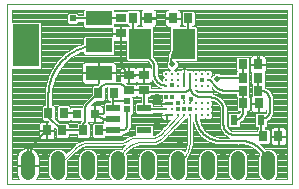
<source format=gtl>
G75*
%MOIN*%
%OFA0B0*%
%FSLAX25Y25*%
%IPPOS*%
%LPD*%
%AMOC8*
5,1,8,0,0,1.08239X$1,22.5*
%
%ADD10C,0.00000*%
%ADD11C,0.01181*%
%ADD12R,0.08800X0.04800*%
%ADD13R,0.08661X0.14173*%
%ADD14R,0.07480X0.10000*%
%ADD15R,0.03150X0.03150*%
%ADD16R,0.02756X0.03543*%
%ADD17R,0.03543X0.02756*%
%ADD18C,0.04800*%
%ADD19R,0.02480X0.03268*%
%ADD20R,0.04724X0.02165*%
%ADD21C,0.00400*%
%ADD22C,0.02800*%
%ADD23C,0.02000*%
%ADD24C,0.00600*%
%ADD25C,0.00700*%
%ADD26C,0.00800*%
%ADD27C,0.01600*%
%ADD28R,0.02000X0.02000*%
D10*
X0001351Y0007367D02*
X0096351Y0007367D01*
X0096351Y0067367D01*
X0001351Y0067367D01*
X0001351Y0007367D01*
D11*
X0054461Y0030477D03*
X0056430Y0030477D03*
X0058398Y0030477D03*
X0060367Y0030477D03*
X0062335Y0030477D03*
X0064304Y0030477D03*
X0066272Y0030477D03*
X0068241Y0030477D03*
X0068241Y0032445D03*
X0066272Y0032445D03*
X0064304Y0032445D03*
X0062335Y0032445D03*
X0060367Y0032445D03*
X0058398Y0032445D03*
X0056430Y0032445D03*
X0054461Y0032445D03*
X0054461Y0034414D03*
X0056430Y0034414D03*
X0058398Y0034414D03*
X0060367Y0034414D03*
X0062335Y0034414D03*
X0064304Y0034414D03*
X0066272Y0034414D03*
X0068241Y0034414D03*
X0068241Y0036382D03*
X0068241Y0038351D03*
X0066272Y0038351D03*
X0066272Y0036382D03*
X0066272Y0040319D03*
X0064304Y0040319D03*
X0062335Y0040319D03*
X0060367Y0040319D03*
X0058398Y0040319D03*
X0056430Y0040319D03*
X0054461Y0040319D03*
X0054461Y0038351D03*
X0056430Y0038351D03*
X0056430Y0036382D03*
X0054461Y0036382D03*
X0054461Y0042288D03*
X0056430Y0042288D03*
X0058398Y0042288D03*
X0060367Y0042288D03*
X0062335Y0042288D03*
X0064304Y0042288D03*
X0066272Y0042288D03*
X0068241Y0042288D03*
X0068241Y0044256D03*
X0066272Y0044256D03*
X0064304Y0044256D03*
X0062335Y0044256D03*
X0060367Y0044256D03*
X0058398Y0044256D03*
X0056430Y0044256D03*
X0054461Y0044256D03*
X0068241Y0040319D03*
D12*
X0031904Y0044612D03*
X0031904Y0053712D03*
X0031904Y0062812D03*
D13*
X0007503Y0053712D03*
D14*
X0045577Y0054322D03*
X0060144Y0054322D03*
D15*
X0030604Y0030967D03*
X0024698Y0030967D03*
D16*
X0020210Y0031167D03*
X0015092Y0031167D03*
X0014542Y0025367D03*
X0019660Y0025367D03*
X0026748Y0025382D03*
X0031866Y0025382D03*
X0031792Y0037867D03*
X0036910Y0037867D03*
X0056632Y0062769D03*
X0061750Y0062769D03*
X0048450Y0062864D03*
X0043332Y0062864D03*
X0079846Y0047452D03*
X0084965Y0047452D03*
X0084978Y0042874D03*
X0079859Y0042874D03*
X0079904Y0038664D03*
X0085022Y0038664D03*
X0085192Y0034369D03*
X0080074Y0034369D03*
X0086667Y0023449D03*
X0091785Y0023449D03*
D17*
X0046851Y0038808D03*
X0041851Y0038708D03*
X0041851Y0043826D03*
X0046851Y0043926D03*
X0039213Y0057767D03*
X0039213Y0062886D03*
D18*
X0038251Y0016067D02*
X0038251Y0011267D01*
X0048251Y0011267D02*
X0048251Y0016067D01*
X0058251Y0016067D02*
X0058251Y0011267D01*
X0068251Y0011267D02*
X0068251Y0016067D01*
X0078251Y0016067D02*
X0078251Y0011267D01*
X0088251Y0011267D02*
X0088251Y0016067D01*
X0028251Y0016067D02*
X0028251Y0011267D01*
X0018251Y0011267D02*
X0018251Y0016067D01*
X0008251Y0016067D02*
X0008251Y0011267D01*
D19*
X0076985Y0028889D03*
X0086041Y0028889D03*
D20*
X0046969Y0025377D03*
X0036732Y0025377D03*
X0036732Y0029117D03*
X0036732Y0032857D03*
X0046969Y0032857D03*
D21*
X0045908Y0034739D02*
X0044276Y0034739D01*
X0043807Y0034271D01*
X0043807Y0031443D01*
X0044276Y0030974D01*
X0049663Y0030974D01*
X0049984Y0031295D01*
X0052866Y0031295D01*
X0052793Y0031168D01*
X0052670Y0030713D01*
X0052670Y0030572D01*
X0054366Y0030572D01*
X0054366Y0030382D01*
X0052670Y0030382D01*
X0052670Y0030241D01*
X0052793Y0029786D01*
X0053028Y0029377D01*
X0053362Y0029044D01*
X0053770Y0028808D01*
X0054225Y0028686D01*
X0054366Y0028686D01*
X0054366Y0030382D01*
X0054556Y0030382D01*
X0054556Y0030572D01*
X0056334Y0030572D01*
X0056334Y0030382D01*
X0054639Y0030382D01*
X0054556Y0030382D01*
X0054556Y0028686D01*
X0054697Y0028686D01*
X0055152Y0028808D01*
X0055445Y0028978D01*
X0055732Y0028812D01*
X0053361Y0026441D01*
X0053230Y0026409D01*
X0053078Y0026158D01*
X0052871Y0025951D01*
X0052871Y0025861D01*
X0052460Y0025312D01*
X0050974Y0024220D01*
X0050182Y0023940D01*
X0050109Y0023940D01*
X0050131Y0023962D01*
X0050131Y0026791D01*
X0049663Y0027259D01*
X0044276Y0027259D01*
X0043807Y0026791D01*
X0043807Y0024006D01*
X0041975Y0023555D01*
X0041058Y0022881D01*
X0040516Y0022562D01*
X0039300Y0022268D01*
X0038961Y0022288D01*
X0038932Y0022317D01*
X0038596Y0022317D01*
X0038264Y0022369D01*
X0038192Y0022317D01*
X0027151Y0022317D01*
X0024310Y0021140D01*
X0023515Y0020345D01*
X0020989Y0017819D01*
X0020964Y0017879D01*
X0020063Y0018779D01*
X0018887Y0019267D01*
X0017614Y0019267D01*
X0016438Y0018779D01*
X0015538Y0017879D01*
X0015051Y0016703D01*
X0015051Y0010630D01*
X0015538Y0009454D01*
X0015925Y0009067D01*
X0011110Y0009067D01*
X0011441Y0009561D01*
X0011712Y0010217D01*
X0011851Y0010912D01*
X0011851Y0013467D01*
X0008451Y0013467D01*
X0008451Y0013867D01*
X0008051Y0013867D01*
X0008051Y0019667D01*
X0007896Y0019667D01*
X0007201Y0019528D01*
X0006546Y0019257D01*
X0005956Y0018863D01*
X0005454Y0018362D01*
X0005061Y0017772D01*
X0004789Y0017117D01*
X0004651Y0016421D01*
X0004651Y0013867D01*
X0008051Y0013867D01*
X0008051Y0013467D01*
X0004651Y0013467D01*
X0004651Y0010912D01*
X0004789Y0010217D01*
X0005061Y0009561D01*
X0005391Y0009067D01*
X0003051Y0009067D01*
X0003051Y0045825D01*
X0012165Y0045825D01*
X0012633Y0046294D01*
X0012633Y0061130D01*
X0012165Y0061598D01*
X0003051Y0061598D01*
X0003051Y0065667D01*
X0026827Y0065667D01*
X0026704Y0065543D01*
X0026704Y0063967D01*
X0024951Y0063967D01*
X0024951Y0064098D01*
X0024482Y0064567D01*
X0021819Y0064567D01*
X0021351Y0064098D01*
X0021351Y0061435D01*
X0021819Y0060967D01*
X0024482Y0060967D01*
X0024951Y0061435D01*
X0024951Y0061567D01*
X0026704Y0061567D01*
X0026704Y0060080D01*
X0027172Y0059612D01*
X0036325Y0059612D01*
X0036323Y0059609D01*
X0036241Y0059303D01*
X0036241Y0057967D01*
X0039013Y0057967D01*
X0039013Y0057567D01*
X0039413Y0057567D01*
X0039413Y0055189D01*
X0041037Y0055189D01*
X0041037Y0048990D01*
X0041506Y0048522D01*
X0048034Y0048522D01*
X0048038Y0048498D01*
X0048260Y0048338D01*
X0048414Y0048112D01*
X0048583Y0048080D01*
X0048713Y0047965D01*
X0049117Y0047312D01*
X0049201Y0046996D01*
X0049201Y0046355D01*
X0049086Y0046422D01*
X0048780Y0046504D01*
X0047051Y0046504D01*
X0047051Y0044126D01*
X0046651Y0044126D01*
X0046651Y0046504D01*
X0044921Y0046504D01*
X0044616Y0046422D01*
X0044342Y0046264D01*
X0044285Y0046207D01*
X0044086Y0046322D01*
X0043780Y0046404D01*
X0042051Y0046404D01*
X0042051Y0044026D01*
X0041651Y0044026D01*
X0041651Y0046404D01*
X0039921Y0046404D01*
X0039616Y0046322D01*
X0039342Y0046164D01*
X0039119Y0045940D01*
X0038961Y0045667D01*
X0038879Y0045362D01*
X0038879Y0044026D01*
X0041651Y0044026D01*
X0041651Y0043626D01*
X0038879Y0043626D01*
X0038879Y0042290D01*
X0038952Y0042017D01*
X0037494Y0042017D01*
X0037504Y0042054D01*
X0037504Y0044412D01*
X0032104Y0044412D01*
X0032104Y0044812D01*
X0031704Y0044812D01*
X0031704Y0048212D01*
X0027346Y0048212D01*
X0027040Y0048130D01*
X0026767Y0047972D01*
X0026543Y0047748D01*
X0026385Y0047475D01*
X0026304Y0047170D01*
X0026304Y0044812D01*
X0031704Y0044812D01*
X0031704Y0044412D01*
X0031704Y0044411D02*
X0032104Y0044411D01*
X0032104Y0041107D01*
X0031754Y0040905D01*
X0031754Y0040905D01*
X0031754Y0040905D01*
X0031484Y0040438D01*
X0030082Y0040438D01*
X0029614Y0039970D01*
X0029614Y0037315D01*
X0026627Y0034329D01*
X0026627Y0034329D01*
X0026598Y0034299D01*
X0026201Y0033341D01*
X0022792Y0033341D01*
X0022388Y0032937D01*
X0022388Y0033270D01*
X0021919Y0033738D01*
X0018501Y0033738D01*
X0018032Y0033270D01*
X0017269Y0033270D01*
X0017270Y0033270D02*
X0016801Y0033738D01*
X0016292Y0033738D01*
X0016292Y0037141D01*
X0016439Y0039161D01*
X0016439Y0039161D01*
X0017515Y0043058D01*
X0019563Y0046545D01*
X0022443Y0049382D01*
X0025959Y0051377D01*
X0026704Y0051571D01*
X0026704Y0050980D01*
X0027172Y0050512D01*
X0036635Y0050512D01*
X0037104Y0050980D01*
X0037104Y0055238D01*
X0037283Y0055189D01*
X0039013Y0055189D01*
X0039013Y0057567D01*
X0036241Y0057567D01*
X0036241Y0056912D01*
X0027172Y0056912D01*
X0026704Y0056443D01*
X0026704Y0054187D01*
X0024999Y0053744D01*
X0020903Y0051420D01*
X0017548Y0048115D01*
X0015162Y0044054D01*
X0013909Y0039514D01*
X0013895Y0037650D01*
X0013892Y0037647D01*
X0013892Y0037154D01*
X0013888Y0036662D01*
X0013892Y0036658D01*
X0013892Y0033738D01*
X0013382Y0033738D01*
X0012914Y0033270D01*
X0003051Y0033270D01*
X0003051Y0033668D02*
X0013313Y0033668D01*
X0012914Y0033270D02*
X0012914Y0029064D01*
X0013382Y0028595D01*
X0014805Y0028595D01*
X0015062Y0028338D01*
X0014742Y0028338D01*
X0014742Y0025567D01*
X0014342Y0025567D01*
X0014342Y0028338D01*
X0013006Y0028338D01*
X0012701Y0028257D01*
X0012427Y0028099D01*
X0012204Y0027875D01*
X0012046Y0027601D01*
X0011964Y0027296D01*
X0011964Y0025567D01*
X0014342Y0025567D01*
X0014342Y0025167D01*
X0011964Y0025167D01*
X0011964Y0023437D01*
X0012046Y0023132D01*
X0012204Y0022858D01*
X0012427Y0022635D01*
X0012701Y0022477D01*
X0013006Y0022395D01*
X0014342Y0022395D01*
X0014342Y0025167D01*
X0014742Y0025167D01*
X0014742Y0025567D01*
X0017120Y0025567D01*
X0017120Y0026280D01*
X0017482Y0025918D01*
X0017482Y0023264D01*
X0017951Y0022795D01*
X0021369Y0022795D01*
X0021838Y0023264D01*
X0021838Y0024232D01*
X0024570Y0024232D01*
X0024570Y0023279D01*
X0025039Y0022810D01*
X0028457Y0022810D01*
X0028926Y0023279D01*
X0028926Y0027485D01*
X0028457Y0027954D01*
X0028298Y0027954D01*
X0028457Y0028336D01*
X0028566Y0028274D01*
X0028871Y0028192D01*
X0030404Y0028192D01*
X0030404Y0030767D01*
X0030804Y0030767D01*
X0030804Y0031167D01*
X0033378Y0031167D01*
X0033378Y0032699D01*
X0033297Y0033005D01*
X0033139Y0033278D01*
X0032915Y0033502D01*
X0032642Y0033660D01*
X0032336Y0033741D01*
X0030804Y0033741D01*
X0030804Y0031167D01*
X0030404Y0031167D01*
X0030404Y0033741D01*
X0029293Y0033741D01*
X0030846Y0035295D01*
X0033501Y0035295D01*
X0033970Y0035764D01*
X0033970Y0039455D01*
X0034313Y0039654D01*
X0034732Y0039709D01*
X0034732Y0035764D01*
X0035201Y0035295D01*
X0035601Y0035295D01*
X0035601Y0034739D01*
X0034039Y0034739D01*
X0033570Y0034271D01*
X0033570Y0031443D01*
X0033773Y0031240D01*
X0033633Y0031160D01*
X0033410Y0030936D01*
X0033312Y0030767D01*
X0030804Y0030767D01*
X0030804Y0028192D01*
X0032336Y0028192D01*
X0032642Y0028274D01*
X0032915Y0028432D01*
X0033139Y0028655D01*
X0033170Y0028710D01*
X0033170Y0027954D01*
X0030157Y0027954D01*
X0029688Y0027485D01*
X0029688Y0023279D01*
X0030157Y0022810D01*
X0033575Y0022810D01*
X0034044Y0023279D01*
X0034044Y0023494D01*
X0039426Y0023494D01*
X0039894Y0023962D01*
X0039894Y0024177D01*
X0040215Y0024177D01*
X0041696Y0025031D01*
X0041696Y0025031D01*
X0041696Y0025031D01*
X0042551Y0026512D01*
X0042551Y0030617D01*
X0042732Y0030617D01*
X0043201Y0031085D01*
X0043201Y0033748D01*
X0043182Y0033767D01*
X0043201Y0033785D01*
X0043201Y0036448D01*
X0043119Y0036530D01*
X0043954Y0036530D01*
X0044401Y0036977D01*
X0044748Y0036630D01*
X0045908Y0036630D01*
X0045908Y0034739D01*
X0045908Y0034864D02*
X0043201Y0034864D01*
X0043201Y0035262D02*
X0045908Y0035262D01*
X0045908Y0035661D02*
X0043201Y0035661D01*
X0043201Y0036059D02*
X0045908Y0036059D01*
X0045908Y0036458D02*
X0043191Y0036458D01*
X0044281Y0036856D02*
X0044521Y0036856D01*
X0044002Y0034465D02*
X0043201Y0034465D01*
X0043201Y0034067D02*
X0043807Y0034067D01*
X0043807Y0033668D02*
X0043201Y0033668D01*
X0043201Y0033270D02*
X0043807Y0033270D01*
X0043807Y0032871D02*
X0043201Y0032871D01*
X0043201Y0032473D02*
X0043807Y0032473D01*
X0043807Y0032074D02*
X0043201Y0032074D01*
X0043201Y0031676D02*
X0043807Y0031676D01*
X0043973Y0031277D02*
X0043201Y0031277D01*
X0042994Y0030879D02*
X0052715Y0030879D01*
X0052856Y0031277D02*
X0049966Y0031277D01*
X0052713Y0030082D02*
X0042551Y0030082D01*
X0042551Y0030480D02*
X0054366Y0030480D01*
X0054556Y0030480D02*
X0056334Y0030480D01*
X0055603Y0028886D02*
X0055287Y0028886D01*
X0055408Y0028488D02*
X0042551Y0028488D01*
X0042551Y0028886D02*
X0053635Y0028886D01*
X0053121Y0029285D02*
X0042551Y0029285D01*
X0042551Y0029683D02*
X0052852Y0029683D01*
X0054366Y0029683D02*
X0054556Y0029683D01*
X0054556Y0029285D02*
X0054366Y0029285D01*
X0054366Y0028886D02*
X0054556Y0028886D01*
X0055009Y0028089D02*
X0042551Y0028089D01*
X0042551Y0027691D02*
X0054611Y0027691D01*
X0054212Y0027292D02*
X0042551Y0027292D01*
X0042551Y0026894D02*
X0043910Y0026894D01*
X0043807Y0026495D02*
X0042541Y0026495D01*
X0042311Y0026097D02*
X0043807Y0026097D01*
X0043807Y0025698D02*
X0042081Y0025698D01*
X0041851Y0025300D02*
X0043807Y0025300D01*
X0043807Y0024901D02*
X0041471Y0024901D01*
X0040780Y0024503D02*
X0043807Y0024503D01*
X0043807Y0024104D02*
X0039894Y0024104D01*
X0039638Y0023706D02*
X0042586Y0023706D01*
X0041975Y0023555D02*
X0041975Y0023555D01*
X0041638Y0023307D02*
X0034044Y0023307D01*
X0033674Y0022909D02*
X0041096Y0022909D01*
X0040300Y0022510D02*
X0016441Y0022510D01*
X0016383Y0022477D02*
X0016657Y0022635D01*
X0016880Y0022858D01*
X0017038Y0023132D01*
X0017120Y0023437D01*
X0017120Y0025167D01*
X0014742Y0025167D01*
X0014742Y0022395D01*
X0016078Y0022395D01*
X0016383Y0022477D01*
X0016909Y0022909D02*
X0017837Y0022909D01*
X0017482Y0023307D02*
X0017085Y0023307D01*
X0017120Y0023706D02*
X0017482Y0023706D01*
X0017482Y0024104D02*
X0017120Y0024104D01*
X0017120Y0024503D02*
X0017482Y0024503D01*
X0017482Y0024901D02*
X0017120Y0024901D01*
X0017482Y0025300D02*
X0014742Y0025300D01*
X0014742Y0025698D02*
X0014342Y0025698D01*
X0014342Y0025300D02*
X0003051Y0025300D01*
X0003051Y0025698D02*
X0011964Y0025698D01*
X0011964Y0026097D02*
X0003051Y0026097D01*
X0003051Y0026495D02*
X0011964Y0026495D01*
X0011964Y0026894D02*
X0003051Y0026894D01*
X0003051Y0027292D02*
X0011964Y0027292D01*
X0012097Y0027691D02*
X0003051Y0027691D01*
X0003051Y0028089D02*
X0012418Y0028089D01*
X0013091Y0028886D02*
X0003051Y0028886D01*
X0003051Y0028488D02*
X0014912Y0028488D01*
X0014742Y0028089D02*
X0014342Y0028089D01*
X0014342Y0027691D02*
X0014742Y0027691D01*
X0014742Y0027292D02*
X0014342Y0027292D01*
X0014342Y0026894D02*
X0014742Y0026894D01*
X0014742Y0026495D02*
X0014342Y0026495D01*
X0014342Y0026097D02*
X0014742Y0026097D01*
X0014742Y0024901D02*
X0014342Y0024901D01*
X0014342Y0024503D02*
X0014742Y0024503D01*
X0014742Y0024104D02*
X0014342Y0024104D01*
X0014342Y0023706D02*
X0014742Y0023706D01*
X0014742Y0023307D02*
X0014342Y0023307D01*
X0014342Y0022909D02*
X0014742Y0022909D01*
X0014742Y0022510D02*
X0014342Y0022510D01*
X0012643Y0022510D02*
X0003051Y0022510D01*
X0003051Y0022112D02*
X0026656Y0022112D01*
X0025694Y0021713D02*
X0003051Y0021713D01*
X0003051Y0021315D02*
X0024732Y0021315D01*
X0024310Y0021140D02*
X0024310Y0021140D01*
X0024086Y0020916D02*
X0003051Y0020916D01*
X0003051Y0020518D02*
X0023687Y0020518D01*
X0023515Y0020345D02*
X0023515Y0020345D01*
X0023289Y0020119D02*
X0003051Y0020119D01*
X0003051Y0019721D02*
X0022890Y0019721D01*
X0022492Y0019322D02*
X0009799Y0019322D01*
X0009956Y0019257D02*
X0009301Y0019528D01*
X0008605Y0019667D01*
X0008451Y0019667D01*
X0008451Y0013867D01*
X0011851Y0013867D01*
X0011851Y0016421D01*
X0011712Y0017117D01*
X0011441Y0017772D01*
X0011047Y0018362D01*
X0010546Y0018863D01*
X0009956Y0019257D01*
X0010455Y0018923D02*
X0016786Y0018923D01*
X0016184Y0018525D02*
X0010884Y0018525D01*
X0011204Y0018126D02*
X0015785Y0018126D01*
X0015475Y0017728D02*
X0011459Y0017728D01*
X0011624Y0017329D02*
X0015310Y0017329D01*
X0015145Y0016931D02*
X0011749Y0016931D01*
X0011829Y0016532D02*
X0015051Y0016532D01*
X0015051Y0016134D02*
X0011851Y0016134D01*
X0011851Y0015735D02*
X0015051Y0015735D01*
X0015051Y0015337D02*
X0011851Y0015337D01*
X0011851Y0014938D02*
X0015051Y0014938D01*
X0015051Y0014540D02*
X0011851Y0014540D01*
X0011851Y0014141D02*
X0015051Y0014141D01*
X0015051Y0013743D02*
X0008451Y0013743D01*
X0008451Y0014141D02*
X0008051Y0014141D01*
X0008051Y0013743D02*
X0003051Y0013743D01*
X0003051Y0014141D02*
X0004651Y0014141D01*
X0004651Y0014540D02*
X0003051Y0014540D01*
X0003051Y0014938D02*
X0004651Y0014938D01*
X0004651Y0015337D02*
X0003051Y0015337D01*
X0003051Y0015735D02*
X0004651Y0015735D01*
X0004651Y0016134D02*
X0003051Y0016134D01*
X0003051Y0016532D02*
X0004673Y0016532D01*
X0004752Y0016931D02*
X0003051Y0016931D01*
X0003051Y0017329D02*
X0004877Y0017329D01*
X0005042Y0017728D02*
X0003051Y0017728D01*
X0003051Y0018126D02*
X0005297Y0018126D01*
X0005618Y0018525D02*
X0003051Y0018525D01*
X0003051Y0018923D02*
X0006047Y0018923D01*
X0006703Y0019322D02*
X0003051Y0019322D01*
X0003051Y0022909D02*
X0012174Y0022909D01*
X0011999Y0023307D02*
X0003051Y0023307D01*
X0003051Y0023706D02*
X0011964Y0023706D01*
X0011964Y0024104D02*
X0003051Y0024104D01*
X0003051Y0024503D02*
X0011964Y0024503D01*
X0011964Y0024901D02*
X0003051Y0024901D01*
X0003051Y0029285D02*
X0012914Y0029285D01*
X0012914Y0029683D02*
X0003051Y0029683D01*
X0003051Y0030082D02*
X0012914Y0030082D01*
X0012914Y0030480D02*
X0003051Y0030480D01*
X0003051Y0030879D02*
X0012914Y0030879D01*
X0012914Y0031277D02*
X0003051Y0031277D01*
X0003051Y0031676D02*
X0012914Y0031676D01*
X0012914Y0032074D02*
X0003051Y0032074D01*
X0003051Y0032473D02*
X0012914Y0032473D01*
X0012914Y0032871D02*
X0003051Y0032871D01*
X0003051Y0034067D02*
X0013892Y0034067D01*
X0013892Y0034465D02*
X0003051Y0034465D01*
X0003051Y0034864D02*
X0013892Y0034864D01*
X0013892Y0035262D02*
X0003051Y0035262D01*
X0003051Y0035661D02*
X0013892Y0035661D01*
X0013892Y0036059D02*
X0003051Y0036059D01*
X0003051Y0036458D02*
X0013892Y0036458D01*
X0013890Y0036856D02*
X0003051Y0036856D01*
X0003051Y0037255D02*
X0013892Y0037255D01*
X0013895Y0037654D02*
X0003051Y0037654D01*
X0003051Y0038052D02*
X0013898Y0038052D01*
X0013901Y0038451D02*
X0003051Y0038451D01*
X0003051Y0038849D02*
X0013904Y0038849D01*
X0013907Y0039248D02*
X0003051Y0039248D01*
X0003051Y0039646D02*
X0013946Y0039646D01*
X0014056Y0040045D02*
X0003051Y0040045D01*
X0003051Y0040443D02*
X0014166Y0040443D01*
X0014276Y0040842D02*
X0003051Y0040842D01*
X0003051Y0041240D02*
X0014386Y0041240D01*
X0014496Y0041639D02*
X0003051Y0041639D01*
X0003051Y0042037D02*
X0014606Y0042037D01*
X0014716Y0042436D02*
X0003051Y0042436D01*
X0003051Y0042834D02*
X0014826Y0042834D01*
X0014936Y0043233D02*
X0003051Y0043233D01*
X0003051Y0043631D02*
X0015046Y0043631D01*
X0015156Y0044030D02*
X0003051Y0044030D01*
X0003051Y0044428D02*
X0015382Y0044428D01*
X0015162Y0044054D02*
X0015162Y0044054D01*
X0015617Y0044827D02*
X0003051Y0044827D01*
X0003051Y0045225D02*
X0015851Y0045225D01*
X0016085Y0045624D02*
X0003051Y0045624D01*
X0012362Y0046022D02*
X0016319Y0046022D01*
X0016553Y0046421D02*
X0012633Y0046421D01*
X0012633Y0046819D02*
X0016787Y0046819D01*
X0017021Y0047218D02*
X0012633Y0047218D01*
X0012633Y0047616D02*
X0017255Y0047616D01*
X0017489Y0048015D02*
X0012633Y0048015D01*
X0012633Y0048413D02*
X0017851Y0048413D01*
X0017548Y0048115D02*
X0017548Y0048115D01*
X0018256Y0048812D02*
X0012633Y0048812D01*
X0012633Y0049210D02*
X0018660Y0049210D01*
X0019065Y0049609D02*
X0012633Y0049609D01*
X0012633Y0050007D02*
X0019469Y0050007D01*
X0019874Y0050406D02*
X0012633Y0050406D01*
X0012633Y0050804D02*
X0020278Y0050804D01*
X0020683Y0051203D02*
X0012633Y0051203D01*
X0012633Y0051601D02*
X0021223Y0051601D01*
X0020903Y0051420D02*
X0020903Y0051420D01*
X0021925Y0052000D02*
X0012633Y0052000D01*
X0012633Y0052398D02*
X0022627Y0052398D01*
X0023330Y0052797D02*
X0012633Y0052797D01*
X0012633Y0053195D02*
X0024032Y0053195D01*
X0024735Y0053594D02*
X0012633Y0053594D01*
X0012633Y0053992D02*
X0025954Y0053992D01*
X0026704Y0054391D02*
X0012633Y0054391D01*
X0012633Y0054790D02*
X0026704Y0054790D01*
X0026704Y0055188D02*
X0012633Y0055188D01*
X0012633Y0055587D02*
X0026704Y0055587D01*
X0026704Y0055985D02*
X0012633Y0055985D01*
X0012633Y0056384D02*
X0026704Y0056384D01*
X0027043Y0056782D02*
X0012633Y0056782D01*
X0012633Y0057181D02*
X0036241Y0057181D01*
X0036241Y0057978D02*
X0012633Y0057978D01*
X0012633Y0058376D02*
X0036241Y0058376D01*
X0036241Y0058775D02*
X0012633Y0058775D01*
X0012633Y0059173D02*
X0036241Y0059173D01*
X0036313Y0059572D02*
X0012633Y0059572D01*
X0012633Y0059970D02*
X0026814Y0059970D01*
X0026704Y0060369D02*
X0012633Y0060369D01*
X0012633Y0060767D02*
X0026704Y0060767D01*
X0026704Y0061166D02*
X0024681Y0061166D01*
X0024951Y0061564D02*
X0026704Y0061564D01*
X0026704Y0064354D02*
X0024695Y0064354D01*
X0026704Y0064752D02*
X0003051Y0064752D01*
X0003051Y0064354D02*
X0021607Y0064354D01*
X0021351Y0063955D02*
X0003051Y0063955D01*
X0003051Y0063557D02*
X0021351Y0063557D01*
X0021351Y0063158D02*
X0003051Y0063158D01*
X0003051Y0062760D02*
X0021351Y0062760D01*
X0021351Y0062361D02*
X0003051Y0062361D01*
X0003051Y0061963D02*
X0021351Y0061963D01*
X0021351Y0061564D02*
X0012199Y0061564D01*
X0012597Y0061166D02*
X0021620Y0061166D01*
X0026704Y0065151D02*
X0003051Y0065151D01*
X0003051Y0065549D02*
X0026710Y0065549D01*
X0036980Y0065667D02*
X0046458Y0065667D01*
X0046335Y0065596D01*
X0046112Y0065372D01*
X0045954Y0065099D01*
X0045872Y0064794D01*
X0045872Y0063064D01*
X0048250Y0063064D01*
X0048250Y0062664D01*
X0045872Y0062664D01*
X0045872Y0060934D01*
X0045954Y0060629D01*
X0046112Y0060355D01*
X0046335Y0060132D01*
X0046353Y0060122D01*
X0044532Y0060122D01*
X0044532Y0060292D01*
X0045041Y0060292D01*
X0045510Y0060761D01*
X0045510Y0064967D01*
X0045041Y0065436D01*
X0041623Y0065436D01*
X0041251Y0065063D01*
X0037110Y0065063D01*
X0037104Y0065057D01*
X0037104Y0065543D01*
X0036980Y0065667D01*
X0037097Y0065549D02*
X0046289Y0065549D01*
X0045984Y0065151D02*
X0045326Y0065151D01*
X0045510Y0064752D02*
X0045872Y0064752D01*
X0045872Y0064354D02*
X0045510Y0064354D01*
X0045510Y0063955D02*
X0045872Y0063955D01*
X0045872Y0063557D02*
X0045510Y0063557D01*
X0045510Y0063158D02*
X0045872Y0063158D01*
X0045510Y0062760D02*
X0048250Y0062760D01*
X0048650Y0062760D02*
X0056431Y0062760D01*
X0056431Y0062569D02*
X0054054Y0062569D01*
X0054054Y0060839D01*
X0054135Y0060534D01*
X0054293Y0060261D01*
X0054517Y0060037D01*
X0054790Y0059879D01*
X0055096Y0059797D01*
X0055748Y0059797D01*
X0055604Y0059653D01*
X0055604Y0051932D01*
X0055108Y0051025D01*
X0054824Y0048385D01*
X0054551Y0048112D01*
X0054551Y0046621D01*
X0055605Y0045567D01*
X0055773Y0045567D01*
X0055445Y0045239D01*
X0055037Y0045647D01*
X0053885Y0045647D01*
X0053070Y0044832D01*
X0053070Y0043680D01*
X0053479Y0043272D01*
X0053070Y0042864D01*
X0053070Y0041863D01*
X0052816Y0041968D01*
X0052000Y0042785D01*
X0051558Y0043852D01*
X0051501Y0044430D01*
X0051501Y0046753D01*
X0051562Y0046838D01*
X0051501Y0047217D01*
X0051501Y0047600D01*
X0051426Y0047675D01*
X0051350Y0048146D01*
X0050457Y0049590D01*
X0050117Y0049834D01*
X0050117Y0059653D01*
X0049878Y0059892D01*
X0049986Y0059892D01*
X0050291Y0059974D01*
X0050565Y0060132D01*
X0050788Y0060355D01*
X0050946Y0060629D01*
X0051028Y0060934D01*
X0051028Y0062664D01*
X0048650Y0062664D01*
X0048650Y0063064D01*
X0051028Y0063064D01*
X0051028Y0064794D01*
X0050946Y0065099D01*
X0050788Y0065372D01*
X0050565Y0065596D01*
X0050442Y0065667D01*
X0054819Y0065667D01*
X0054790Y0065659D01*
X0054517Y0065501D01*
X0054293Y0065277D01*
X0054135Y0065004D01*
X0054054Y0064699D01*
X0054054Y0062969D01*
X0056431Y0062969D01*
X0056431Y0062569D01*
X0056832Y0062569D02*
X0056832Y0062969D01*
X0059209Y0062969D01*
X0059209Y0064699D01*
X0059128Y0065004D01*
X0058970Y0065277D01*
X0058746Y0065501D01*
X0058473Y0065659D01*
X0058444Y0065667D01*
X0094651Y0065667D01*
X0094651Y0009067D01*
X0090576Y0009067D01*
X0090964Y0009454D01*
X0091451Y0010630D01*
X0091451Y0016703D01*
X0090964Y0017879D01*
X0090063Y0018779D01*
X0088887Y0019267D01*
X0087614Y0019267D01*
X0087311Y0019141D01*
X0085923Y0020750D01*
X0085923Y0020750D01*
X0085713Y0020878D01*
X0088376Y0020878D01*
X0088845Y0021346D01*
X0088845Y0025552D01*
X0088376Y0026021D01*
X0087191Y0026021D01*
X0087191Y0026455D01*
X0087612Y0026455D01*
X0088081Y0026924D01*
X0088081Y0028580D01*
X0089068Y0029150D01*
X0090001Y0030766D01*
X0090001Y0036910D01*
X0088938Y0038751D01*
X0088938Y0038751D01*
X0087200Y0039755D01*
X0087200Y0040767D01*
X0087156Y0040812D01*
X0087156Y0044796D01*
X0087303Y0044943D01*
X0087461Y0045217D01*
X0087543Y0045522D01*
X0087543Y0047252D01*
X0085165Y0047252D01*
X0085165Y0047652D01*
X0087543Y0047652D01*
X0087543Y0049381D01*
X0087461Y0049687D01*
X0087303Y0049960D01*
X0087079Y0050184D01*
X0086806Y0050342D01*
X0086501Y0050423D01*
X0085165Y0050423D01*
X0085165Y0047652D01*
X0084765Y0047652D01*
X0084765Y0050423D01*
X0083429Y0050423D01*
X0083123Y0050342D01*
X0082850Y0050184D01*
X0082626Y0049960D01*
X0082468Y0049687D01*
X0082387Y0049381D01*
X0082387Y0047652D01*
X0084765Y0047652D01*
X0084765Y0047252D01*
X0082387Y0047252D01*
X0082387Y0045522D01*
X0082468Y0045217D01*
X0082626Y0044943D01*
X0082800Y0044770D01*
X0082800Y0040771D01*
X0082845Y0040726D01*
X0082845Y0036862D01*
X0082696Y0036604D01*
X0082614Y0036299D01*
X0082614Y0034569D01*
X0084992Y0034569D01*
X0084992Y0034169D01*
X0085392Y0034169D01*
X0085392Y0031398D01*
X0086728Y0031398D01*
X0087033Y0031480D01*
X0087307Y0031638D01*
X0087530Y0031861D01*
X0087688Y0032135D01*
X0087701Y0032181D01*
X0087701Y0031699D01*
X0087660Y0031393D01*
X0087617Y0031318D01*
X0087612Y0031323D01*
X0084469Y0031323D01*
X0084000Y0030854D01*
X0084000Y0026924D01*
X0084469Y0026455D01*
X0084891Y0026455D01*
X0084891Y0025954D01*
X0084489Y0025552D01*
X0084489Y0025067D01*
X0076901Y0025067D01*
X0076293Y0025147D01*
X0075239Y0025755D01*
X0074631Y0026808D01*
X0074551Y0027417D01*
X0074551Y0033224D01*
X0073742Y0035178D01*
X0072246Y0036673D01*
X0070292Y0037482D01*
X0069807Y0037482D01*
X0069909Y0037660D01*
X0070031Y0038115D01*
X0070031Y0038256D01*
X0068336Y0038256D01*
X0068336Y0038446D01*
X0070031Y0038446D01*
X0070031Y0038587D01*
X0069909Y0039042D01*
X0069673Y0039450D01*
X0069506Y0039618D01*
X0069607Y0039719D01*
X0069677Y0039636D01*
X0069750Y0039550D01*
X0070265Y0038940D01*
X0070662Y0038469D01*
X0072604Y0037567D01*
X0077726Y0037567D01*
X0077726Y0036561D01*
X0077896Y0036392D01*
X0077896Y0032266D01*
X0078365Y0031798D01*
X0078950Y0031798D01*
X0078906Y0031463D01*
X0078727Y0031153D01*
X0078557Y0031323D01*
X0075414Y0031323D01*
X0074945Y0030854D01*
X0074945Y0026924D01*
X0075414Y0026455D01*
X0078557Y0026455D01*
X0079026Y0026924D01*
X0079026Y0028319D01*
X0080052Y0028911D01*
X0080052Y0028911D01*
X0080052Y0028911D01*
X0081174Y0030855D01*
X0081174Y0031798D01*
X0081783Y0031798D01*
X0082252Y0032266D01*
X0082252Y0036472D01*
X0082082Y0036642D01*
X0082082Y0040767D01*
X0082037Y0040812D01*
X0082037Y0044977D01*
X0081845Y0045169D01*
X0082024Y0045349D01*
X0082024Y0049555D01*
X0081556Y0050023D01*
X0078137Y0050023D01*
X0077669Y0049555D01*
X0077669Y0045349D01*
X0077861Y0045156D01*
X0077682Y0044977D01*
X0077682Y0044074D01*
X0072289Y0044074D01*
X0071996Y0044367D01*
X0070505Y0044367D01*
X0069453Y0043314D01*
X0069427Y0043345D01*
X0069373Y0043350D01*
X0069337Y0043386D01*
X0069631Y0043680D01*
X0069631Y0044832D01*
X0068817Y0045647D01*
X0067665Y0045647D01*
X0067256Y0045239D01*
X0066848Y0045647D01*
X0065696Y0045647D01*
X0065288Y0045239D01*
X0064880Y0045647D01*
X0063728Y0045647D01*
X0063319Y0045239D01*
X0062911Y0045647D01*
X0061759Y0045647D01*
X0061634Y0045522D01*
X0061466Y0045689D01*
X0061058Y0045925D01*
X0060602Y0046047D01*
X0060462Y0046047D01*
X0060462Y0044352D01*
X0060271Y0044352D01*
X0060271Y0046047D01*
X0060131Y0046047D01*
X0059675Y0045925D01*
X0059267Y0045689D01*
X0059099Y0045522D01*
X0058974Y0045647D01*
X0057822Y0045647D01*
X0057414Y0045239D01*
X0057086Y0045567D01*
X0057096Y0045567D01*
X0058151Y0046621D01*
X0058151Y0048112D01*
X0057741Y0048522D01*
X0064216Y0048522D01*
X0064684Y0048990D01*
X0064684Y0059653D01*
X0064216Y0060122D01*
X0062950Y0060122D01*
X0062950Y0060197D01*
X0063459Y0060197D01*
X0063928Y0060666D01*
X0063928Y0064872D01*
X0063459Y0065341D01*
X0060040Y0065341D01*
X0059572Y0064872D01*
X0059572Y0060666D01*
X0060040Y0060197D01*
X0060550Y0060197D01*
X0060550Y0060122D01*
X0058831Y0060122D01*
X0058970Y0060261D01*
X0059128Y0060534D01*
X0059209Y0060839D01*
X0059209Y0062569D01*
X0056832Y0062569D01*
X0056832Y0062760D02*
X0059572Y0062760D01*
X0059572Y0063158D02*
X0059209Y0063158D01*
X0059209Y0063557D02*
X0059572Y0063557D01*
X0059572Y0063955D02*
X0059209Y0063955D01*
X0059209Y0064354D02*
X0059572Y0064354D01*
X0059572Y0064752D02*
X0059195Y0064752D01*
X0059043Y0065151D02*
X0059850Y0065151D01*
X0058662Y0065549D02*
X0094651Y0065549D01*
X0094651Y0065151D02*
X0063649Y0065151D01*
X0063928Y0064752D02*
X0094651Y0064752D01*
X0094651Y0064354D02*
X0063928Y0064354D01*
X0063928Y0063955D02*
X0094651Y0063955D01*
X0094651Y0063557D02*
X0063928Y0063557D01*
X0063928Y0063158D02*
X0094651Y0063158D01*
X0094651Y0062760D02*
X0063928Y0062760D01*
X0063928Y0062361D02*
X0094651Y0062361D01*
X0094651Y0061963D02*
X0063928Y0061963D01*
X0063928Y0061564D02*
X0094651Y0061564D01*
X0094651Y0061166D02*
X0063928Y0061166D01*
X0063928Y0060767D02*
X0094651Y0060767D01*
X0094651Y0060369D02*
X0063630Y0060369D01*
X0064367Y0059970D02*
X0094651Y0059970D01*
X0094651Y0059572D02*
X0064684Y0059572D01*
X0064684Y0059173D02*
X0094651Y0059173D01*
X0094651Y0058775D02*
X0064684Y0058775D01*
X0064684Y0058376D02*
X0094651Y0058376D01*
X0094651Y0057978D02*
X0064684Y0057978D01*
X0064684Y0057579D02*
X0094651Y0057579D01*
X0094651Y0057181D02*
X0064684Y0057181D01*
X0064684Y0056782D02*
X0094651Y0056782D01*
X0094651Y0056384D02*
X0064684Y0056384D01*
X0064684Y0055985D02*
X0094651Y0055985D01*
X0094651Y0055587D02*
X0064684Y0055587D01*
X0064684Y0055188D02*
X0094651Y0055188D01*
X0094651Y0054790D02*
X0064684Y0054790D01*
X0064684Y0054391D02*
X0094651Y0054391D01*
X0094651Y0053992D02*
X0064684Y0053992D01*
X0064684Y0053594D02*
X0094651Y0053594D01*
X0094651Y0053195D02*
X0064684Y0053195D01*
X0064684Y0052797D02*
X0094651Y0052797D01*
X0094651Y0052398D02*
X0064684Y0052398D01*
X0064684Y0052000D02*
X0094651Y0052000D01*
X0094651Y0051601D02*
X0064684Y0051601D01*
X0064684Y0051203D02*
X0094651Y0051203D01*
X0094651Y0050804D02*
X0064684Y0050804D01*
X0064684Y0050406D02*
X0083363Y0050406D01*
X0082674Y0050007D02*
X0081572Y0050007D01*
X0081970Y0049609D02*
X0082448Y0049609D01*
X0082387Y0049210D02*
X0082024Y0049210D01*
X0082024Y0048812D02*
X0082387Y0048812D01*
X0082387Y0048413D02*
X0082024Y0048413D01*
X0082024Y0048015D02*
X0082387Y0048015D01*
X0082024Y0047616D02*
X0084765Y0047616D01*
X0084765Y0048015D02*
X0085165Y0048015D01*
X0085165Y0048413D02*
X0084765Y0048413D01*
X0084765Y0048812D02*
X0085165Y0048812D01*
X0085165Y0049210D02*
X0084765Y0049210D01*
X0084765Y0049609D02*
X0085165Y0049609D01*
X0085165Y0050007D02*
X0084765Y0050007D01*
X0084765Y0050406D02*
X0085165Y0050406D01*
X0086566Y0050406D02*
X0094651Y0050406D01*
X0094651Y0050007D02*
X0087256Y0050007D01*
X0087482Y0049609D02*
X0094651Y0049609D01*
X0094651Y0049210D02*
X0087543Y0049210D01*
X0087543Y0048812D02*
X0094651Y0048812D01*
X0094651Y0048413D02*
X0087543Y0048413D01*
X0087543Y0048015D02*
X0094651Y0048015D01*
X0094651Y0047616D02*
X0085165Y0047616D01*
X0082387Y0047218D02*
X0082024Y0047218D01*
X0082024Y0046819D02*
X0082387Y0046819D01*
X0082387Y0046421D02*
X0082024Y0046421D01*
X0082024Y0046022D02*
X0082387Y0046022D01*
X0082387Y0045624D02*
X0082024Y0045624D01*
X0081901Y0045225D02*
X0082466Y0045225D01*
X0082743Y0044827D02*
X0082037Y0044827D01*
X0082037Y0044428D02*
X0082800Y0044428D01*
X0082800Y0044030D02*
X0082037Y0044030D01*
X0082037Y0043631D02*
X0082800Y0043631D01*
X0082800Y0043233D02*
X0082037Y0043233D01*
X0082037Y0042834D02*
X0082800Y0042834D01*
X0082800Y0042436D02*
X0082037Y0042436D01*
X0082037Y0042037D02*
X0082800Y0042037D01*
X0082800Y0041639D02*
X0082037Y0041639D01*
X0082037Y0041240D02*
X0082800Y0041240D01*
X0082800Y0040842D02*
X0082037Y0040842D01*
X0082082Y0040443D02*
X0082845Y0040443D01*
X0082845Y0040045D02*
X0082082Y0040045D01*
X0082082Y0039646D02*
X0082845Y0039646D01*
X0082845Y0039248D02*
X0082082Y0039248D01*
X0082082Y0038849D02*
X0082845Y0038849D01*
X0082845Y0038451D02*
X0082082Y0038451D01*
X0082082Y0038052D02*
X0082845Y0038052D01*
X0082845Y0037654D02*
X0082082Y0037654D01*
X0082082Y0037255D02*
X0082845Y0037255D01*
X0082842Y0036856D02*
X0082082Y0036856D01*
X0082252Y0036458D02*
X0082657Y0036458D01*
X0082614Y0036059D02*
X0082252Y0036059D01*
X0082252Y0035661D02*
X0082614Y0035661D01*
X0082614Y0035262D02*
X0082252Y0035262D01*
X0082252Y0034864D02*
X0082614Y0034864D01*
X0082252Y0034465D02*
X0084992Y0034465D01*
X0084992Y0034169D02*
X0082614Y0034169D01*
X0082614Y0032440D01*
X0082696Y0032135D01*
X0082854Y0031861D01*
X0083077Y0031638D01*
X0083351Y0031480D01*
X0083656Y0031398D01*
X0084992Y0031398D01*
X0084992Y0034169D01*
X0084992Y0034067D02*
X0085392Y0034067D01*
X0085392Y0033668D02*
X0084992Y0033668D01*
X0084992Y0033270D02*
X0085392Y0033270D01*
X0085392Y0032871D02*
X0084992Y0032871D01*
X0084992Y0032473D02*
X0085392Y0032473D01*
X0085392Y0032074D02*
X0084992Y0032074D01*
X0084992Y0031676D02*
X0085392Y0031676D01*
X0084423Y0031277D02*
X0081174Y0031277D01*
X0081174Y0030879D02*
X0084025Y0030879D01*
X0084000Y0030480D02*
X0080957Y0030480D01*
X0080727Y0030082D02*
X0084000Y0030082D01*
X0084000Y0029683D02*
X0080497Y0029683D01*
X0080267Y0029285D02*
X0084000Y0029285D01*
X0084000Y0028886D02*
X0080008Y0028886D01*
X0079318Y0028488D02*
X0084000Y0028488D01*
X0084000Y0028089D02*
X0079026Y0028089D01*
X0079026Y0027691D02*
X0084000Y0027691D01*
X0084000Y0027292D02*
X0079026Y0027292D01*
X0078995Y0026894D02*
X0084031Y0026894D01*
X0084429Y0026495D02*
X0078597Y0026495D01*
X0076028Y0025300D02*
X0084489Y0025300D01*
X0084635Y0025698D02*
X0075337Y0025698D01*
X0075042Y0026097D02*
X0084891Y0026097D01*
X0087191Y0026097D02*
X0089586Y0026097D01*
X0089670Y0026181D02*
X0089447Y0025958D01*
X0089289Y0025684D01*
X0089207Y0025379D01*
X0089207Y0023649D01*
X0091585Y0023649D01*
X0091585Y0023249D01*
X0091985Y0023249D01*
X0091985Y0020478D01*
X0093321Y0020478D01*
X0093626Y0020559D01*
X0093900Y0020717D01*
X0094123Y0020941D01*
X0094281Y0021214D01*
X0094363Y0021520D01*
X0094363Y0023249D01*
X0091985Y0023249D01*
X0091985Y0023649D01*
X0094363Y0023649D01*
X0094363Y0025379D01*
X0094281Y0025684D01*
X0094123Y0025958D01*
X0093900Y0026181D01*
X0093626Y0026339D01*
X0093321Y0026421D01*
X0091985Y0026421D01*
X0091985Y0023649D01*
X0091585Y0023649D01*
X0091585Y0026421D01*
X0090249Y0026421D01*
X0089944Y0026339D01*
X0089670Y0026181D01*
X0089297Y0025698D02*
X0088699Y0025698D01*
X0088845Y0025300D02*
X0089207Y0025300D01*
X0089207Y0024901D02*
X0088845Y0024901D01*
X0088845Y0024503D02*
X0089207Y0024503D01*
X0089207Y0024104D02*
X0088845Y0024104D01*
X0088845Y0023706D02*
X0089207Y0023706D01*
X0089207Y0023249D02*
X0089207Y0021520D01*
X0089289Y0021214D01*
X0089447Y0020941D01*
X0089670Y0020717D01*
X0089944Y0020559D01*
X0090249Y0020478D01*
X0091585Y0020478D01*
X0091585Y0023249D01*
X0089207Y0023249D01*
X0089207Y0022909D02*
X0088845Y0022909D01*
X0088845Y0023307D02*
X0091585Y0023307D01*
X0091585Y0022909D02*
X0091985Y0022909D01*
X0091985Y0023307D02*
X0094651Y0023307D01*
X0094651Y0022909D02*
X0094363Y0022909D01*
X0094363Y0022510D02*
X0094651Y0022510D01*
X0094651Y0022112D02*
X0094363Y0022112D01*
X0094363Y0021713D02*
X0094651Y0021713D01*
X0094651Y0021315D02*
X0094308Y0021315D01*
X0094098Y0020916D02*
X0094651Y0020916D01*
X0094651Y0020518D02*
X0093470Y0020518D01*
X0094651Y0020119D02*
X0086468Y0020119D01*
X0086812Y0019721D02*
X0094651Y0019721D01*
X0094651Y0019322D02*
X0087155Y0019322D01*
X0086124Y0020518D02*
X0090100Y0020518D01*
X0089472Y0020916D02*
X0088415Y0020916D01*
X0088813Y0021315D02*
X0089262Y0021315D01*
X0089207Y0021713D02*
X0088845Y0021713D01*
X0088845Y0022112D02*
X0089207Y0022112D01*
X0089207Y0022510D02*
X0088845Y0022510D01*
X0091585Y0022510D02*
X0091985Y0022510D01*
X0091985Y0022112D02*
X0091585Y0022112D01*
X0091585Y0021713D02*
X0091985Y0021713D01*
X0091985Y0021315D02*
X0091585Y0021315D01*
X0091585Y0020916D02*
X0091985Y0020916D01*
X0091985Y0020518D02*
X0091585Y0020518D01*
X0089716Y0018923D02*
X0094651Y0018923D01*
X0094651Y0018525D02*
X0090318Y0018525D01*
X0090716Y0018126D02*
X0094651Y0018126D01*
X0094651Y0017728D02*
X0091026Y0017728D01*
X0091191Y0017329D02*
X0094651Y0017329D01*
X0094651Y0016931D02*
X0091356Y0016931D01*
X0091451Y0016532D02*
X0094651Y0016532D01*
X0094651Y0016134D02*
X0091451Y0016134D01*
X0091451Y0015735D02*
X0094651Y0015735D01*
X0094651Y0015337D02*
X0091451Y0015337D01*
X0091451Y0014938D02*
X0094651Y0014938D01*
X0094651Y0014540D02*
X0091451Y0014540D01*
X0091451Y0014141D02*
X0094651Y0014141D01*
X0094651Y0013743D02*
X0091451Y0013743D01*
X0091451Y0013344D02*
X0094651Y0013344D01*
X0094651Y0012946D02*
X0091451Y0012946D01*
X0091451Y0012547D02*
X0094651Y0012547D01*
X0094651Y0012149D02*
X0091451Y0012149D01*
X0091451Y0011750D02*
X0094651Y0011750D01*
X0094651Y0011352D02*
X0091451Y0011352D01*
X0091451Y0010953D02*
X0094651Y0010953D01*
X0094651Y0010555D02*
X0091420Y0010555D01*
X0091254Y0010156D02*
X0094651Y0010156D01*
X0094651Y0009758D02*
X0091089Y0009758D01*
X0090869Y0009359D02*
X0094651Y0009359D01*
X0085925Y0009067D02*
X0080576Y0009067D01*
X0080964Y0009454D01*
X0081451Y0010630D01*
X0081451Y0016703D01*
X0080964Y0017879D01*
X0080063Y0018779D01*
X0078887Y0019267D01*
X0077614Y0019267D01*
X0076438Y0018779D01*
X0075538Y0017879D01*
X0075051Y0016703D01*
X0075051Y0010630D01*
X0075538Y0009454D01*
X0075925Y0009067D01*
X0070576Y0009067D01*
X0070964Y0009454D01*
X0071451Y0010630D01*
X0071451Y0016703D01*
X0070964Y0017879D01*
X0070063Y0018779D01*
X0068887Y0019267D01*
X0067614Y0019267D01*
X0066438Y0018779D01*
X0065538Y0017879D01*
X0065051Y0016703D01*
X0065051Y0010630D01*
X0065538Y0009454D01*
X0065925Y0009067D01*
X0060576Y0009067D01*
X0060964Y0009454D01*
X0061451Y0010630D01*
X0061451Y0015962D01*
X0062455Y0017701D01*
X0062455Y0017701D01*
X0063335Y0020986D01*
X0063335Y0028232D01*
X0063954Y0026112D01*
X0065652Y0023622D01*
X0068036Y0021779D01*
X0068036Y0021779D01*
X0070873Y0020762D01*
X0071923Y0020731D01*
X0071937Y0020717D01*
X0072397Y0020717D01*
X0072856Y0020703D01*
X0072870Y0020717D01*
X0078130Y0020717D01*
X0078172Y0020681D01*
X0078599Y0020717D01*
X0079027Y0020717D01*
X0079033Y0020723D01*
X0079876Y0020727D01*
X0082261Y0020167D01*
X0084357Y0018897D01*
X0085440Y0017642D01*
X0085051Y0016703D01*
X0085051Y0010630D01*
X0085538Y0009454D01*
X0085925Y0009067D01*
X0085633Y0009359D02*
X0080869Y0009359D01*
X0081089Y0009758D02*
X0085412Y0009758D01*
X0085247Y0010156D02*
X0081254Y0010156D01*
X0081420Y0010555D02*
X0085082Y0010555D01*
X0085051Y0010953D02*
X0081451Y0010953D01*
X0081451Y0011352D02*
X0085051Y0011352D01*
X0085051Y0011750D02*
X0081451Y0011750D01*
X0081451Y0012149D02*
X0085051Y0012149D01*
X0085051Y0012547D02*
X0081451Y0012547D01*
X0081451Y0012946D02*
X0085051Y0012946D01*
X0085051Y0013344D02*
X0081451Y0013344D01*
X0081451Y0013743D02*
X0085051Y0013743D01*
X0085051Y0014141D02*
X0081451Y0014141D01*
X0081451Y0014540D02*
X0085051Y0014540D01*
X0085051Y0014938D02*
X0081451Y0014938D01*
X0081451Y0015337D02*
X0085051Y0015337D01*
X0085051Y0015735D02*
X0081451Y0015735D01*
X0081451Y0016134D02*
X0085051Y0016134D01*
X0085051Y0016532D02*
X0081451Y0016532D01*
X0081356Y0016931D02*
X0085145Y0016931D01*
X0085310Y0017329D02*
X0081191Y0017329D01*
X0081026Y0017728D02*
X0085366Y0017728D01*
X0085022Y0018126D02*
X0080716Y0018126D01*
X0080318Y0018525D02*
X0084678Y0018525D01*
X0084314Y0018923D02*
X0079716Y0018923D01*
X0080768Y0020518D02*
X0063210Y0020518D01*
X0063316Y0020916D02*
X0070444Y0020916D01*
X0069332Y0021315D02*
X0063335Y0021315D01*
X0063335Y0021713D02*
X0068219Y0021713D01*
X0067606Y0022112D02*
X0063335Y0022112D01*
X0063335Y0022510D02*
X0067090Y0022510D01*
X0066575Y0022909D02*
X0063335Y0022909D01*
X0063335Y0023307D02*
X0066060Y0023307D01*
X0065652Y0023622D02*
X0065652Y0023622D01*
X0065595Y0023706D02*
X0063335Y0023706D01*
X0063335Y0024104D02*
X0065323Y0024104D01*
X0065052Y0024503D02*
X0063335Y0024503D01*
X0063335Y0024901D02*
X0064780Y0024901D01*
X0064508Y0025300D02*
X0063335Y0025300D01*
X0063335Y0025698D02*
X0064237Y0025698D01*
X0063965Y0026097D02*
X0063335Y0026097D01*
X0063335Y0026495D02*
X0063842Y0026495D01*
X0063954Y0026112D02*
X0063954Y0026112D01*
X0063726Y0026894D02*
X0063335Y0026894D01*
X0063335Y0027292D02*
X0063609Y0027292D01*
X0063493Y0027691D02*
X0063335Y0027691D01*
X0063335Y0028089D02*
X0063377Y0028089D01*
X0061335Y0028089D02*
X0059488Y0028089D01*
X0059886Y0028488D02*
X0061335Y0028488D01*
X0061335Y0028886D02*
X0060285Y0028886D01*
X0060485Y0029086D02*
X0060943Y0029086D01*
X0061335Y0029479D01*
X0061335Y0022686D01*
X0061242Y0021261D01*
X0060504Y0018509D01*
X0060442Y0018401D01*
X0060063Y0018779D01*
X0058887Y0019267D01*
X0057614Y0019267D01*
X0056438Y0018779D01*
X0055538Y0017879D01*
X0055051Y0016703D01*
X0055051Y0010630D01*
X0055538Y0009454D01*
X0055925Y0009067D01*
X0050576Y0009067D01*
X0050964Y0009454D01*
X0051451Y0010630D01*
X0051451Y0016703D01*
X0050964Y0017879D01*
X0050063Y0018779D01*
X0048887Y0019267D01*
X0047614Y0019267D01*
X0046438Y0018779D01*
X0045538Y0017879D01*
X0045051Y0016703D01*
X0045051Y0010630D01*
X0045538Y0009454D01*
X0045925Y0009067D01*
X0040576Y0009067D01*
X0040964Y0009454D01*
X0041451Y0010630D01*
X0041451Y0016703D01*
X0041027Y0017727D01*
X0041824Y0018725D01*
X0043616Y0019907D01*
X0045687Y0020478D01*
X0046733Y0020513D01*
X0046786Y0020513D01*
X0047177Y0020495D01*
X0047196Y0020513D01*
X0049929Y0020513D01*
X0050015Y0020454D01*
X0050331Y0020513D01*
X0050653Y0020513D01*
X0050727Y0020586D01*
X0051717Y0020771D01*
X0053924Y0022208D01*
X0053924Y0022208D01*
X0053924Y0022208D01*
X0054617Y0023218D01*
X0060485Y0029086D01*
X0061141Y0029285D02*
X0061335Y0029285D01*
X0060461Y0030477D02*
X0053844Y0023860D01*
X0054705Y0023307D02*
X0061335Y0023307D01*
X0061335Y0022909D02*
X0054404Y0022909D01*
X0054131Y0022510D02*
X0061324Y0022510D01*
X0061297Y0022112D02*
X0053776Y0022112D01*
X0053164Y0021713D02*
X0061271Y0021713D01*
X0061245Y0021315D02*
X0052551Y0021315D01*
X0051939Y0020916D02*
X0061149Y0020916D01*
X0061042Y0020518D02*
X0050658Y0020518D01*
X0050239Y0021513D02*
X0046809Y0021513D01*
X0045174Y0022940D02*
X0050338Y0022940D01*
X0062335Y0022686D02*
X0062332Y0022402D01*
X0062322Y0022119D01*
X0062305Y0021836D01*
X0062281Y0021553D01*
X0062251Y0021271D01*
X0062214Y0020990D01*
X0062170Y0020710D01*
X0062120Y0020431D01*
X0062063Y0020153D01*
X0061999Y0019877D01*
X0061929Y0019602D01*
X0061852Y0019329D01*
X0061769Y0019058D01*
X0061680Y0018789D01*
X0061584Y0018522D01*
X0061482Y0018258D01*
X0061373Y0017996D01*
X0061258Y0017736D01*
X0061137Y0017480D01*
X0061010Y0017226D01*
X0060878Y0016976D01*
X0060739Y0016729D01*
X0060594Y0016485D01*
X0060444Y0016244D01*
X0060287Y0016008D01*
X0060126Y0015775D01*
X0059958Y0015546D01*
X0059786Y0015321D01*
X0059608Y0015100D01*
X0059425Y0014883D01*
X0059237Y0014671D01*
X0059043Y0014464D01*
X0058845Y0014261D01*
X0058251Y0013667D01*
X0061451Y0013743D02*
X0065051Y0013743D01*
X0065051Y0014141D02*
X0061451Y0014141D01*
X0061451Y0014540D02*
X0065051Y0014540D01*
X0065051Y0014938D02*
X0061451Y0014938D01*
X0061451Y0015337D02*
X0065051Y0015337D01*
X0065051Y0015735D02*
X0061451Y0015735D01*
X0061550Y0016134D02*
X0065051Y0016134D01*
X0065051Y0016532D02*
X0061780Y0016532D01*
X0062010Y0016931D02*
X0065145Y0016931D01*
X0065310Y0017329D02*
X0062240Y0017329D01*
X0062462Y0017728D02*
X0065475Y0017728D01*
X0065785Y0018126D02*
X0062569Y0018126D01*
X0062676Y0018525D02*
X0066184Y0018525D01*
X0066786Y0018923D02*
X0062782Y0018923D01*
X0062889Y0019322D02*
X0083656Y0019322D01*
X0082998Y0019721D02*
X0062996Y0019721D01*
X0063103Y0020119D02*
X0082340Y0020119D01*
X0085923Y0020750D02*
X0085923Y0020750D01*
X0091585Y0023706D02*
X0091985Y0023706D01*
X0091985Y0024104D02*
X0091585Y0024104D01*
X0091585Y0024503D02*
X0091985Y0024503D01*
X0091985Y0024901D02*
X0091585Y0024901D01*
X0091585Y0025300D02*
X0091985Y0025300D01*
X0091985Y0025698D02*
X0091585Y0025698D01*
X0091585Y0026097D02*
X0091985Y0026097D01*
X0093984Y0026097D02*
X0094651Y0026097D01*
X0094651Y0026495D02*
X0087652Y0026495D01*
X0088051Y0026894D02*
X0094651Y0026894D01*
X0094651Y0027292D02*
X0088081Y0027292D01*
X0088081Y0027691D02*
X0094651Y0027691D01*
X0094651Y0028089D02*
X0088081Y0028089D01*
X0088081Y0028488D02*
X0094651Y0028488D01*
X0094651Y0028886D02*
X0088611Y0028886D01*
X0089068Y0029150D02*
X0089068Y0029150D01*
X0089068Y0029150D01*
X0089145Y0029285D02*
X0094651Y0029285D01*
X0094651Y0029683D02*
X0089376Y0029683D01*
X0089606Y0030082D02*
X0094651Y0030082D01*
X0094651Y0030480D02*
X0089836Y0030480D01*
X0090001Y0030879D02*
X0094651Y0030879D01*
X0094651Y0031277D02*
X0090001Y0031277D01*
X0090001Y0031676D02*
X0094651Y0031676D01*
X0094651Y0032074D02*
X0090001Y0032074D01*
X0090001Y0032473D02*
X0094651Y0032473D01*
X0094651Y0032871D02*
X0090001Y0032871D01*
X0090001Y0033270D02*
X0094651Y0033270D01*
X0094651Y0033668D02*
X0090001Y0033668D01*
X0090001Y0034067D02*
X0094651Y0034067D01*
X0094651Y0034465D02*
X0090001Y0034465D01*
X0090001Y0034864D02*
X0094651Y0034864D01*
X0094651Y0035262D02*
X0090001Y0035262D01*
X0090001Y0035661D02*
X0094651Y0035661D01*
X0094651Y0036059D02*
X0090001Y0036059D01*
X0090001Y0036458D02*
X0094651Y0036458D01*
X0094651Y0036856D02*
X0090001Y0036856D01*
X0089802Y0037255D02*
X0094651Y0037255D01*
X0094651Y0037654D02*
X0089572Y0037654D01*
X0089342Y0038052D02*
X0094651Y0038052D01*
X0094651Y0038451D02*
X0089112Y0038451D01*
X0088938Y0038751D02*
X0088938Y0038751D01*
X0088769Y0038849D02*
X0094651Y0038849D01*
X0094651Y0039248D02*
X0088079Y0039248D01*
X0087388Y0039646D02*
X0094651Y0039646D01*
X0094651Y0040045D02*
X0087200Y0040045D01*
X0087200Y0040443D02*
X0094651Y0040443D01*
X0094651Y0040842D02*
X0087156Y0040842D01*
X0087156Y0041240D02*
X0094651Y0041240D01*
X0094651Y0041639D02*
X0087156Y0041639D01*
X0087156Y0042037D02*
X0094651Y0042037D01*
X0094651Y0042436D02*
X0087156Y0042436D01*
X0087156Y0042834D02*
X0094651Y0042834D01*
X0094651Y0043233D02*
X0087156Y0043233D01*
X0087156Y0043631D02*
X0094651Y0043631D01*
X0094651Y0044030D02*
X0087156Y0044030D01*
X0087156Y0044428D02*
X0094651Y0044428D01*
X0094651Y0044827D02*
X0087186Y0044827D01*
X0087463Y0045225D02*
X0094651Y0045225D01*
X0094651Y0045624D02*
X0087543Y0045624D01*
X0087543Y0046022D02*
X0094651Y0046022D01*
X0094651Y0046421D02*
X0087543Y0046421D01*
X0087543Y0046819D02*
X0094651Y0046819D01*
X0094651Y0047218D02*
X0087543Y0047218D01*
X0078121Y0050007D02*
X0064684Y0050007D01*
X0064684Y0049609D02*
X0077723Y0049609D01*
X0077669Y0049210D02*
X0064684Y0049210D01*
X0064506Y0048812D02*
X0077669Y0048812D01*
X0077669Y0048413D02*
X0057850Y0048413D01*
X0058151Y0048015D02*
X0077669Y0048015D01*
X0077669Y0047616D02*
X0058151Y0047616D01*
X0058151Y0047218D02*
X0077669Y0047218D01*
X0077669Y0046819D02*
X0058151Y0046819D01*
X0057950Y0046421D02*
X0077669Y0046421D01*
X0077669Y0046022D02*
X0060694Y0046022D01*
X0060462Y0046022D02*
X0060271Y0046022D01*
X0060039Y0046022D02*
X0057552Y0046022D01*
X0057799Y0045624D02*
X0057153Y0045624D01*
X0058997Y0045624D02*
X0059202Y0045624D01*
X0060271Y0045624D02*
X0060462Y0045624D01*
X0060462Y0045225D02*
X0060271Y0045225D01*
X0060271Y0044827D02*
X0060462Y0044827D01*
X0060462Y0044428D02*
X0060271Y0044428D01*
X0060271Y0044161D02*
X0060462Y0044161D01*
X0060462Y0042383D01*
X0060271Y0042383D01*
X0060271Y0044078D01*
X0060271Y0044161D01*
X0060271Y0044030D02*
X0060462Y0044030D01*
X0060462Y0043631D02*
X0060271Y0043631D01*
X0060271Y0043233D02*
X0060462Y0043233D01*
X0060462Y0042834D02*
X0060271Y0042834D01*
X0060271Y0042436D02*
X0060462Y0042436D01*
X0060462Y0042193D02*
X0060462Y0040415D01*
X0060271Y0040415D01*
X0060271Y0042110D01*
X0060271Y0042193D01*
X0060462Y0042193D01*
X0060462Y0042037D02*
X0060271Y0042037D01*
X0060271Y0041639D02*
X0060462Y0041639D01*
X0060462Y0041240D02*
X0060271Y0041240D01*
X0060271Y0040842D02*
X0060462Y0040842D01*
X0060462Y0040443D02*
X0060271Y0040443D01*
X0063889Y0038929D02*
X0063955Y0038771D01*
X0064482Y0038244D01*
X0064482Y0038256D01*
X0066177Y0038256D01*
X0066177Y0038446D01*
X0064482Y0038446D01*
X0064482Y0038587D01*
X0064573Y0038929D01*
X0063889Y0038929D01*
X0063922Y0038849D02*
X0064552Y0038849D01*
X0064482Y0038451D02*
X0064275Y0038451D01*
X0066367Y0038446D02*
X0066367Y0038256D01*
X0066450Y0038256D01*
X0068145Y0038256D01*
X0068145Y0038446D01*
X0066367Y0038446D01*
X0069534Y0039646D02*
X0069669Y0039646D01*
X0069677Y0039636D02*
X0069677Y0039636D01*
X0069790Y0039248D02*
X0070005Y0039248D01*
X0069961Y0038849D02*
X0070341Y0038849D01*
X0070265Y0038940D02*
X0070265Y0038940D01*
X0070031Y0038451D02*
X0070702Y0038451D01*
X0070662Y0038469D02*
X0070662Y0038469D01*
X0070662Y0038469D01*
X0070014Y0038052D02*
X0071560Y0038052D01*
X0072417Y0037654D02*
X0069905Y0037654D01*
X0070841Y0037255D02*
X0077726Y0037255D01*
X0077726Y0036856D02*
X0071803Y0036856D01*
X0072246Y0036673D02*
X0072246Y0036673D01*
X0072461Y0036458D02*
X0077830Y0036458D01*
X0077896Y0036059D02*
X0072860Y0036059D01*
X0073258Y0035661D02*
X0077896Y0035661D01*
X0077896Y0035262D02*
X0073657Y0035262D01*
X0073742Y0035178D02*
X0073742Y0035178D01*
X0073872Y0034864D02*
X0077896Y0034864D01*
X0077896Y0034465D02*
X0074037Y0034465D01*
X0074202Y0034067D02*
X0077896Y0034067D01*
X0077896Y0033668D02*
X0074367Y0033668D01*
X0074532Y0033270D02*
X0077896Y0033270D01*
X0077896Y0032871D02*
X0074551Y0032871D01*
X0074551Y0032473D02*
X0077896Y0032473D01*
X0078088Y0032074D02*
X0074551Y0032074D01*
X0074551Y0031676D02*
X0078934Y0031676D01*
X0078799Y0031277D02*
X0078603Y0031277D01*
X0081174Y0031676D02*
X0083039Y0031676D01*
X0082731Y0032074D02*
X0082060Y0032074D01*
X0082252Y0032473D02*
X0082614Y0032473D01*
X0082614Y0032871D02*
X0082252Y0032871D01*
X0082252Y0033270D02*
X0082614Y0033270D01*
X0082614Y0033668D02*
X0082252Y0033668D01*
X0082252Y0034067D02*
X0082614Y0034067D01*
X0087345Y0031676D02*
X0087698Y0031676D01*
X0087701Y0032074D02*
X0087654Y0032074D01*
X0094273Y0025698D02*
X0094651Y0025698D01*
X0094651Y0025300D02*
X0094363Y0025300D01*
X0094363Y0024901D02*
X0094651Y0024901D01*
X0094651Y0024503D02*
X0094363Y0024503D01*
X0094363Y0024104D02*
X0094651Y0024104D01*
X0094651Y0023706D02*
X0094363Y0023706D01*
X0076786Y0018923D02*
X0069716Y0018923D01*
X0070318Y0018525D02*
X0076184Y0018525D01*
X0075785Y0018126D02*
X0070716Y0018126D01*
X0071026Y0017728D02*
X0075475Y0017728D01*
X0075310Y0017329D02*
X0071191Y0017329D01*
X0071356Y0016931D02*
X0075145Y0016931D01*
X0075051Y0016532D02*
X0071451Y0016532D01*
X0071451Y0016134D02*
X0075051Y0016134D01*
X0075051Y0015735D02*
X0071451Y0015735D01*
X0071451Y0015337D02*
X0075051Y0015337D01*
X0075051Y0014938D02*
X0071451Y0014938D01*
X0071451Y0014540D02*
X0075051Y0014540D01*
X0075051Y0014141D02*
X0071451Y0014141D01*
X0071451Y0013743D02*
X0075051Y0013743D01*
X0075051Y0013344D02*
X0071451Y0013344D01*
X0071451Y0012946D02*
X0075051Y0012946D01*
X0075051Y0012547D02*
X0071451Y0012547D01*
X0071451Y0012149D02*
X0075051Y0012149D01*
X0075051Y0011750D02*
X0071451Y0011750D01*
X0071451Y0011352D02*
X0075051Y0011352D01*
X0075051Y0010953D02*
X0071451Y0010953D01*
X0071420Y0010555D02*
X0075082Y0010555D01*
X0075247Y0010156D02*
X0071254Y0010156D01*
X0071089Y0009758D02*
X0075412Y0009758D01*
X0075633Y0009359D02*
X0070869Y0009359D01*
X0065633Y0009359D02*
X0060869Y0009359D01*
X0061089Y0009758D02*
X0065412Y0009758D01*
X0065247Y0010156D02*
X0061254Y0010156D01*
X0061420Y0010555D02*
X0065082Y0010555D01*
X0065051Y0010953D02*
X0061451Y0010953D01*
X0061451Y0011352D02*
X0065051Y0011352D01*
X0065051Y0011750D02*
X0061451Y0011750D01*
X0061451Y0012149D02*
X0065051Y0012149D01*
X0065051Y0012547D02*
X0061451Y0012547D01*
X0061451Y0012946D02*
X0065051Y0012946D01*
X0065051Y0013344D02*
X0061451Y0013344D01*
X0055247Y0010156D02*
X0051254Y0010156D01*
X0051089Y0009758D02*
X0055412Y0009758D01*
X0055633Y0009359D02*
X0050869Y0009359D01*
X0051420Y0010555D02*
X0055082Y0010555D01*
X0055051Y0010953D02*
X0051451Y0010953D01*
X0051451Y0011352D02*
X0055051Y0011352D01*
X0055051Y0011750D02*
X0051451Y0011750D01*
X0051451Y0012149D02*
X0055051Y0012149D01*
X0055051Y0012547D02*
X0051451Y0012547D01*
X0051451Y0012946D02*
X0055051Y0012946D01*
X0055051Y0013344D02*
X0051451Y0013344D01*
X0051451Y0013743D02*
X0055051Y0013743D01*
X0055051Y0014141D02*
X0051451Y0014141D01*
X0051451Y0014540D02*
X0055051Y0014540D01*
X0055051Y0014938D02*
X0051451Y0014938D01*
X0051451Y0015337D02*
X0055051Y0015337D01*
X0055051Y0015735D02*
X0051451Y0015735D01*
X0051451Y0016134D02*
X0055051Y0016134D01*
X0055051Y0016532D02*
X0051451Y0016532D01*
X0051356Y0016931D02*
X0055145Y0016931D01*
X0055310Y0017329D02*
X0051191Y0017329D01*
X0051026Y0017728D02*
X0055475Y0017728D01*
X0055785Y0018126D02*
X0050716Y0018126D01*
X0050318Y0018525D02*
X0056184Y0018525D01*
X0056786Y0018923D02*
X0049716Y0018923D01*
X0051717Y0020771D02*
X0051717Y0020771D01*
X0055104Y0023706D02*
X0061335Y0023706D01*
X0061335Y0024104D02*
X0055502Y0024104D01*
X0055901Y0024503D02*
X0061335Y0024503D01*
X0061335Y0024901D02*
X0056299Y0024901D01*
X0056698Y0025300D02*
X0061335Y0025300D01*
X0061335Y0025698D02*
X0057097Y0025698D01*
X0057495Y0026097D02*
X0061335Y0026097D01*
X0061335Y0026495D02*
X0057894Y0026495D01*
X0058292Y0026894D02*
X0061335Y0026894D01*
X0061335Y0027292D02*
X0058691Y0027292D01*
X0059089Y0027691D02*
X0061335Y0027691D01*
X0060461Y0030477D02*
X0060367Y0030477D01*
X0062335Y0030477D02*
X0062335Y0022686D01*
X0060936Y0020119D02*
X0044385Y0020119D01*
X0043333Y0019721D02*
X0060829Y0019721D01*
X0060722Y0019322D02*
X0042729Y0019322D01*
X0042125Y0018923D02*
X0046786Y0018923D01*
X0046184Y0018525D02*
X0041664Y0018525D01*
X0041346Y0018126D02*
X0045785Y0018126D01*
X0045475Y0017728D02*
X0041028Y0017728D01*
X0041191Y0017329D02*
X0045310Y0017329D01*
X0045145Y0016931D02*
X0041356Y0016931D01*
X0041451Y0016532D02*
X0045051Y0016532D01*
X0045051Y0016134D02*
X0041451Y0016134D01*
X0041451Y0015735D02*
X0045051Y0015735D01*
X0045051Y0015337D02*
X0041451Y0015337D01*
X0041451Y0014938D02*
X0045051Y0014938D01*
X0045051Y0014540D02*
X0041451Y0014540D01*
X0041451Y0014141D02*
X0045051Y0014141D01*
X0045051Y0013743D02*
X0041451Y0013743D01*
X0041451Y0013344D02*
X0045051Y0013344D01*
X0045051Y0012946D02*
X0041451Y0012946D01*
X0041451Y0012547D02*
X0045051Y0012547D01*
X0045051Y0012149D02*
X0041451Y0012149D01*
X0041451Y0011750D02*
X0045051Y0011750D01*
X0045051Y0011352D02*
X0041451Y0011352D01*
X0041451Y0010953D02*
X0045051Y0010953D01*
X0045082Y0010555D02*
X0041420Y0010555D01*
X0041254Y0010156D02*
X0045247Y0010156D01*
X0045412Y0009758D02*
X0041089Y0009758D01*
X0040869Y0009359D02*
X0045633Y0009359D01*
X0038597Y0014013D02*
X0038608Y0014203D01*
X0038623Y0014392D01*
X0038643Y0014581D01*
X0038668Y0014769D01*
X0038697Y0014957D01*
X0038731Y0015144D01*
X0038769Y0015330D01*
X0038812Y0015516D01*
X0038859Y0015700D01*
X0038910Y0015883D01*
X0038966Y0016064D01*
X0039027Y0016244D01*
X0039092Y0016423D01*
X0039161Y0016600D01*
X0039234Y0016775D01*
X0039311Y0016949D01*
X0039393Y0017121D01*
X0039479Y0017290D01*
X0039568Y0017458D01*
X0039662Y0017623D01*
X0039760Y0017786D01*
X0039862Y0017946D01*
X0039967Y0018104D01*
X0040077Y0018260D01*
X0040190Y0018413D01*
X0040307Y0018562D01*
X0040427Y0018710D01*
X0040551Y0018854D01*
X0040678Y0018995D01*
X0040809Y0019133D01*
X0040943Y0019268D01*
X0041080Y0019399D01*
X0041220Y0019527D01*
X0041364Y0019652D01*
X0041510Y0019773D01*
X0041659Y0019891D01*
X0041811Y0020005D01*
X0041966Y0020115D01*
X0042123Y0020222D01*
X0042283Y0020324D01*
X0042446Y0020423D01*
X0042610Y0020518D01*
X0042777Y0020609D01*
X0042946Y0020696D01*
X0043117Y0020778D01*
X0043290Y0020857D01*
X0043465Y0020931D01*
X0043642Y0021001D01*
X0043820Y0021067D01*
X0044000Y0021129D01*
X0044181Y0021186D01*
X0044364Y0021238D01*
X0044548Y0021287D01*
X0044733Y0021330D01*
X0044918Y0021370D01*
X0045105Y0021405D01*
X0045293Y0021435D01*
X0045481Y0021461D01*
X0045670Y0021482D01*
X0045859Y0021499D01*
X0046049Y0021511D01*
X0046239Y0021518D01*
X0046429Y0021521D01*
X0046619Y0021519D01*
X0046809Y0021513D01*
X0045174Y0022941D02*
X0045042Y0022959D01*
X0044910Y0022973D01*
X0044777Y0022984D01*
X0044644Y0022991D01*
X0044511Y0022995D01*
X0044378Y0022994D01*
X0044245Y0022990D01*
X0044112Y0022982D01*
X0043980Y0022971D01*
X0043847Y0022956D01*
X0043716Y0022937D01*
X0043585Y0022914D01*
X0043454Y0022888D01*
X0043324Y0022858D01*
X0043196Y0022824D01*
X0043068Y0022787D01*
X0042941Y0022746D01*
X0042816Y0022702D01*
X0042691Y0022654D01*
X0042569Y0022603D01*
X0042447Y0022548D01*
X0042328Y0022490D01*
X0042210Y0022428D01*
X0042093Y0022364D01*
X0041979Y0022296D01*
X0041866Y0022225D01*
X0041756Y0022150D01*
X0041647Y0022073D01*
X0040712Y0020489D02*
X0040401Y0020283D01*
X0040401Y0020283D01*
X0039415Y0019048D01*
X0038887Y0019267D01*
X0037614Y0019267D01*
X0036438Y0018779D01*
X0035538Y0017879D01*
X0035051Y0016703D01*
X0035051Y0010630D01*
X0035538Y0009454D01*
X0035925Y0009067D01*
X0030576Y0009067D01*
X0030964Y0009454D01*
X0031451Y0010630D01*
X0031451Y0016703D01*
X0030964Y0017879D01*
X0030063Y0018779D01*
X0028887Y0019267D01*
X0027614Y0019267D01*
X0026438Y0018779D01*
X0025538Y0017879D01*
X0025051Y0016703D01*
X0025051Y0010630D01*
X0025538Y0009454D01*
X0025925Y0009067D01*
X0020576Y0009067D01*
X0020964Y0009454D01*
X0021451Y0010630D01*
X0021451Y0015452D01*
X0024636Y0018638D01*
X0025505Y0019351D01*
X0027571Y0020207D01*
X0028689Y0020317D01*
X0038440Y0020317D01*
X0039386Y0020168D01*
X0040712Y0020489D01*
X0040269Y0020119D02*
X0027359Y0020119D01*
X0026397Y0019721D02*
X0039951Y0019721D01*
X0039633Y0019322D02*
X0025470Y0019322D01*
X0024984Y0018923D02*
X0026786Y0018923D01*
X0026184Y0018525D02*
X0024523Y0018525D01*
X0024125Y0018126D02*
X0025785Y0018126D01*
X0025475Y0017728D02*
X0023726Y0017728D01*
X0023328Y0017329D02*
X0025310Y0017329D01*
X0025145Y0016931D02*
X0022929Y0016931D01*
X0022531Y0016532D02*
X0025051Y0016532D01*
X0025051Y0016134D02*
X0022132Y0016134D01*
X0021734Y0015735D02*
X0025051Y0015735D01*
X0025051Y0015337D02*
X0021451Y0015337D01*
X0021451Y0014938D02*
X0025051Y0014938D01*
X0025051Y0014540D02*
X0021451Y0014540D01*
X0021451Y0014141D02*
X0025051Y0014141D01*
X0025051Y0013743D02*
X0021451Y0013743D01*
X0021451Y0013344D02*
X0025051Y0013344D01*
X0025051Y0012946D02*
X0021451Y0012946D01*
X0021451Y0012547D02*
X0025051Y0012547D01*
X0025051Y0012149D02*
X0021451Y0012149D01*
X0021451Y0011750D02*
X0025051Y0011750D01*
X0025051Y0011352D02*
X0021451Y0011352D01*
X0021451Y0010953D02*
X0025051Y0010953D01*
X0025082Y0010555D02*
X0021420Y0010555D01*
X0021254Y0010156D02*
X0025247Y0010156D01*
X0025412Y0009758D02*
X0021089Y0009758D01*
X0020869Y0009359D02*
X0025633Y0009359D01*
X0030869Y0009359D02*
X0035633Y0009359D01*
X0035412Y0009758D02*
X0031089Y0009758D01*
X0031254Y0010156D02*
X0035247Y0010156D01*
X0035082Y0010555D02*
X0031420Y0010555D01*
X0031451Y0010953D02*
X0035051Y0010953D01*
X0035051Y0011352D02*
X0031451Y0011352D01*
X0031451Y0011750D02*
X0035051Y0011750D01*
X0035051Y0012149D02*
X0031451Y0012149D01*
X0031451Y0012547D02*
X0035051Y0012547D01*
X0035051Y0012946D02*
X0031451Y0012946D01*
X0031451Y0013344D02*
X0035051Y0013344D01*
X0035051Y0013743D02*
X0031451Y0013743D01*
X0031451Y0014141D02*
X0035051Y0014141D01*
X0035051Y0014540D02*
X0031451Y0014540D01*
X0031451Y0014938D02*
X0035051Y0014938D01*
X0035051Y0015337D02*
X0031451Y0015337D01*
X0031451Y0015735D02*
X0035051Y0015735D01*
X0035051Y0016134D02*
X0031451Y0016134D01*
X0031451Y0016532D02*
X0035051Y0016532D01*
X0035145Y0016931D02*
X0031356Y0016931D01*
X0031191Y0017329D02*
X0035310Y0017329D01*
X0035475Y0017728D02*
X0031026Y0017728D01*
X0030716Y0018126D02*
X0035785Y0018126D01*
X0036184Y0018525D02*
X0030318Y0018525D01*
X0029716Y0018923D02*
X0036786Y0018923D01*
X0039386Y0020168D02*
X0039386Y0020168D01*
X0038518Y0021317D02*
X0028689Y0021317D01*
X0028556Y0022909D02*
X0030059Y0022909D01*
X0029688Y0023307D02*
X0028926Y0023307D01*
X0028926Y0023706D02*
X0029688Y0023706D01*
X0029688Y0024104D02*
X0028926Y0024104D01*
X0028926Y0024503D02*
X0029688Y0024503D01*
X0029688Y0024901D02*
X0028926Y0024901D01*
X0028926Y0025300D02*
X0029688Y0025300D01*
X0029688Y0025698D02*
X0028926Y0025698D01*
X0028926Y0026097D02*
X0029688Y0026097D01*
X0029688Y0026495D02*
X0028926Y0026495D01*
X0028926Y0026894D02*
X0029688Y0026894D01*
X0029688Y0027292D02*
X0028926Y0027292D01*
X0028720Y0027691D02*
X0029894Y0027691D01*
X0030404Y0028488D02*
X0030804Y0028488D01*
X0030804Y0028886D02*
X0030404Y0028886D01*
X0030404Y0029285D02*
X0030804Y0029285D01*
X0030804Y0029683D02*
X0030404Y0029683D01*
X0030404Y0030082D02*
X0030804Y0030082D01*
X0030804Y0030480D02*
X0030404Y0030480D01*
X0030804Y0030879D02*
X0033377Y0030879D01*
X0033378Y0031277D02*
X0033736Y0031277D01*
X0033570Y0031676D02*
X0033378Y0031676D01*
X0033378Y0032074D02*
X0033570Y0032074D01*
X0033570Y0032473D02*
X0033378Y0032473D01*
X0033332Y0032871D02*
X0033570Y0032871D01*
X0033570Y0033270D02*
X0033143Y0033270D01*
X0033570Y0033668D02*
X0032609Y0033668D01*
X0033570Y0034067D02*
X0029618Y0034067D01*
X0030017Y0034465D02*
X0033765Y0034465D01*
X0033867Y0035661D02*
X0034835Y0035661D01*
X0034732Y0036059D02*
X0033970Y0036059D01*
X0033970Y0036458D02*
X0034732Y0036458D01*
X0034732Y0036856D02*
X0033970Y0036856D01*
X0033970Y0037255D02*
X0034732Y0037255D01*
X0034732Y0037654D02*
X0033970Y0037654D01*
X0033970Y0038052D02*
X0034732Y0038052D01*
X0034732Y0038451D02*
X0033970Y0038451D01*
X0033970Y0038849D02*
X0034732Y0038849D01*
X0034732Y0039248D02*
X0033970Y0039248D01*
X0034300Y0039646D02*
X0034732Y0039646D01*
X0032104Y0041240D02*
X0031704Y0041240D01*
X0031704Y0041012D02*
X0031704Y0044411D01*
X0031704Y0044412D02*
X0026304Y0044412D01*
X0026304Y0042054D01*
X0026385Y0041748D01*
X0026543Y0041475D01*
X0026767Y0041251D01*
X0027040Y0041093D01*
X0027346Y0041012D01*
X0031704Y0041012D01*
X0031717Y0040842D02*
X0016903Y0040842D01*
X0017013Y0041240D02*
X0026786Y0041240D01*
X0026449Y0041639D02*
X0017123Y0041639D01*
X0017233Y0042037D02*
X0026308Y0042037D01*
X0026304Y0042436D02*
X0017343Y0042436D01*
X0017453Y0042834D02*
X0026304Y0042834D01*
X0026304Y0043233D02*
X0017617Y0043233D01*
X0017851Y0043631D02*
X0026304Y0043631D01*
X0026304Y0044030D02*
X0018085Y0044030D01*
X0018320Y0044428D02*
X0031704Y0044428D01*
X0031704Y0044030D02*
X0032104Y0044030D01*
X0032104Y0044428D02*
X0038879Y0044428D01*
X0038879Y0044030D02*
X0037504Y0044030D01*
X0037504Y0043631D02*
X0041651Y0043631D01*
X0041651Y0043626D02*
X0042051Y0043626D01*
X0042051Y0044026D01*
X0044822Y0044026D01*
X0044822Y0044126D01*
X0046651Y0044126D01*
X0046651Y0043726D01*
X0043879Y0043726D01*
X0043879Y0043626D01*
X0042051Y0043626D01*
X0042051Y0041248D01*
X0043780Y0041248D01*
X0044086Y0041330D01*
X0044359Y0041488D01*
X0044416Y0041545D01*
X0044616Y0041430D01*
X0044921Y0041348D01*
X0046651Y0041348D01*
X0046651Y0043726D01*
X0047051Y0043726D01*
X0047051Y0041348D01*
X0048780Y0041348D01*
X0049086Y0041430D01*
X0049359Y0041588D01*
X0049583Y0041811D01*
X0049740Y0042083D01*
X0050002Y0041450D01*
X0051481Y0039970D01*
X0051481Y0039970D01*
X0051481Y0039970D01*
X0052614Y0039501D01*
X0049422Y0039501D01*
X0049422Y0040517D01*
X0048954Y0040986D01*
X0044748Y0040986D01*
X0044301Y0040539D01*
X0043954Y0040886D01*
X0041299Y0040886D01*
X0040937Y0041248D01*
X0041651Y0041248D01*
X0041651Y0043626D01*
X0041651Y0043233D02*
X0042051Y0043233D01*
X0042051Y0043631D02*
X0043879Y0043631D01*
X0044822Y0044030D02*
X0046651Y0044030D01*
X0046651Y0044428D02*
X0047051Y0044428D01*
X0047051Y0044827D02*
X0046651Y0044827D01*
X0046651Y0045225D02*
X0047051Y0045225D01*
X0047051Y0045624D02*
X0046651Y0045624D01*
X0046651Y0046022D02*
X0047051Y0046022D01*
X0047051Y0046421D02*
X0046651Y0046421D01*
X0044614Y0046421D02*
X0037504Y0046421D01*
X0037504Y0046819D02*
X0049201Y0046819D01*
X0049201Y0046421D02*
X0049088Y0046421D01*
X0049142Y0047218D02*
X0037491Y0047218D01*
X0037504Y0047170D02*
X0037422Y0047475D01*
X0037264Y0047748D01*
X0037040Y0047972D01*
X0036767Y0048130D01*
X0036462Y0048212D01*
X0032104Y0048212D01*
X0032104Y0044812D01*
X0037504Y0044812D01*
X0037504Y0047170D01*
X0037340Y0047616D02*
X0048929Y0047616D01*
X0048656Y0048015D02*
X0036966Y0048015D01*
X0037504Y0046022D02*
X0039201Y0046022D01*
X0038949Y0045624D02*
X0037504Y0045624D01*
X0037504Y0045225D02*
X0038879Y0045225D01*
X0038879Y0044827D02*
X0037504Y0044827D01*
X0037504Y0043233D02*
X0038879Y0043233D01*
X0038879Y0042834D02*
X0037504Y0042834D01*
X0037504Y0042436D02*
X0038879Y0042436D01*
X0038947Y0042037D02*
X0037499Y0042037D01*
X0040945Y0041240D02*
X0050211Y0041240D01*
X0049923Y0041639D02*
X0049410Y0041639D01*
X0049713Y0042037D02*
X0049758Y0042037D01*
X0049098Y0040842D02*
X0050610Y0040842D01*
X0051009Y0040443D02*
X0049422Y0040443D01*
X0049422Y0040045D02*
X0051407Y0040045D01*
X0052264Y0039646D02*
X0049422Y0039646D01*
X0049422Y0037201D02*
X0053022Y0037201D01*
X0052851Y0037029D01*
X0052851Y0035704D01*
X0053035Y0035520D01*
X0053028Y0035513D01*
X0052793Y0035105D01*
X0052670Y0034650D01*
X0052670Y0034509D01*
X0054366Y0034509D01*
X0054366Y0034319D01*
X0052670Y0034319D01*
X0052670Y0034178D01*
X0052793Y0033723D01*
X0052866Y0033595D01*
X0050131Y0033595D01*
X0050131Y0034271D01*
X0049663Y0034739D01*
X0048208Y0034739D01*
X0048208Y0036630D01*
X0048954Y0036630D01*
X0049422Y0037098D01*
X0049422Y0037201D01*
X0049181Y0036856D02*
X0052851Y0036856D01*
X0052851Y0036458D02*
X0048208Y0036458D01*
X0048208Y0036059D02*
X0052851Y0036059D01*
X0052894Y0035661D02*
X0048208Y0035661D01*
X0048208Y0035262D02*
X0052883Y0035262D01*
X0052728Y0034864D02*
X0048208Y0034864D01*
X0049937Y0034465D02*
X0054366Y0034465D01*
X0054556Y0034465D02*
X0056334Y0034465D01*
X0056334Y0034509D02*
X0056334Y0034319D01*
X0054639Y0034319D01*
X0054556Y0034319D01*
X0054556Y0034509D01*
X0056334Y0034509D01*
X0058398Y0034414D02*
X0058401Y0034417D01*
X0060364Y0034417D02*
X0060366Y0034417D01*
X0060367Y0034416D01*
X0060367Y0034414D01*
X0060364Y0034417D02*
X0060130Y0036368D01*
X0062695Y0035724D02*
X0062335Y0034417D01*
X0062335Y0034414D01*
X0062335Y0032451D02*
X0062335Y0032445D01*
X0062335Y0032451D02*
X0062336Y0032457D01*
X0062340Y0032462D01*
X0062345Y0032466D01*
X0062351Y0032467D01*
X0060367Y0032445D02*
X0060367Y0032232D01*
X0060351Y0032417D01*
X0058401Y0032467D02*
X0058369Y0032417D01*
X0058369Y0032416D02*
X0058378Y0032417D01*
X0058386Y0032422D01*
X0058392Y0032428D01*
X0058397Y0032436D01*
X0058398Y0032445D01*
X0058398Y0030477D02*
X0058398Y0030064D01*
X0053871Y0025537D01*
X0053017Y0026097D02*
X0050131Y0026097D01*
X0050131Y0026495D02*
X0053415Y0026495D01*
X0053814Y0026894D02*
X0050028Y0026894D01*
X0053844Y0023861D02*
X0053759Y0023740D01*
X0053671Y0023622D01*
X0053580Y0023507D01*
X0053486Y0023393D01*
X0053390Y0023283D01*
X0053290Y0023174D01*
X0053187Y0023069D01*
X0053082Y0022966D01*
X0052974Y0022866D01*
X0052864Y0022769D01*
X0052750Y0022675D01*
X0052635Y0022584D01*
X0052517Y0022495D01*
X0052397Y0022410D01*
X0052275Y0022328D01*
X0052151Y0022250D01*
X0052024Y0022174D01*
X0051896Y0022102D01*
X0051766Y0022034D01*
X0051634Y0021968D01*
X0051500Y0021907D01*
X0051365Y0021848D01*
X0051228Y0021794D01*
X0051090Y0021743D01*
X0050951Y0021695D01*
X0050811Y0021651D01*
X0050669Y0021611D01*
X0050527Y0021575D01*
X0050383Y0021542D01*
X0050239Y0021513D01*
X0050131Y0024104D02*
X0050645Y0024104D01*
X0050131Y0024503D02*
X0051358Y0024503D01*
X0051900Y0024901D02*
X0050131Y0024901D01*
X0050131Y0025300D02*
X0052443Y0025300D01*
X0052749Y0025698D02*
X0050131Y0025698D01*
X0050339Y0022941D02*
X0050484Y0022978D01*
X0050628Y0023020D01*
X0050771Y0023065D01*
X0050913Y0023114D01*
X0051053Y0023167D01*
X0051192Y0023223D01*
X0051330Y0023283D01*
X0051465Y0023347D01*
X0051600Y0023414D01*
X0051732Y0023484D01*
X0051862Y0023558D01*
X0051991Y0023636D01*
X0052117Y0023716D01*
X0052241Y0023800D01*
X0052363Y0023888D01*
X0052483Y0023978D01*
X0052600Y0024071D01*
X0052715Y0024168D01*
X0052827Y0024267D01*
X0052937Y0024370D01*
X0053044Y0024475D01*
X0053148Y0024583D01*
X0053249Y0024694D01*
X0053347Y0024807D01*
X0053442Y0024923D01*
X0053534Y0025041D01*
X0053624Y0025162D01*
X0053709Y0025285D01*
X0053792Y0025410D01*
X0053871Y0025537D01*
X0054366Y0030082D02*
X0054556Y0030082D01*
X0052824Y0033668D02*
X0050131Y0033668D01*
X0050131Y0034067D02*
X0052700Y0034067D01*
X0054445Y0036367D02*
X0054461Y0036382D01*
X0054451Y0036367D02*
X0054445Y0036367D01*
X0056430Y0040319D02*
X0056530Y0040388D01*
X0056514Y0040397D01*
X0056497Y0040403D01*
X0056479Y0040405D01*
X0056461Y0040404D01*
X0056444Y0040399D01*
X0056427Y0040391D01*
X0056413Y0040380D01*
X0056401Y0040367D01*
X0053070Y0042037D02*
X0052748Y0042037D01*
X0053070Y0042436D02*
X0052349Y0042436D01*
X0051979Y0042834D02*
X0053070Y0042834D01*
X0053439Y0043233D02*
X0051814Y0043233D01*
X0051649Y0043631D02*
X0053120Y0043631D01*
X0053070Y0044030D02*
X0051540Y0044030D01*
X0051501Y0044428D02*
X0053070Y0044428D01*
X0053070Y0044827D02*
X0051501Y0044827D01*
X0051501Y0045225D02*
X0053463Y0045225D01*
X0053862Y0045624D02*
X0051501Y0045624D01*
X0051501Y0046022D02*
X0055150Y0046022D01*
X0055060Y0045624D02*
X0055548Y0045624D01*
X0054751Y0046421D02*
X0051501Y0046421D01*
X0051549Y0046819D02*
X0054551Y0046819D01*
X0054551Y0047218D02*
X0051501Y0047218D01*
X0051485Y0047616D02*
X0054551Y0047616D01*
X0054551Y0048015D02*
X0051371Y0048015D01*
X0051350Y0048146D02*
X0051350Y0048146D01*
X0051185Y0048413D02*
X0054827Y0048413D01*
X0054870Y0048812D02*
X0050938Y0048812D01*
X0050692Y0049210D02*
X0054913Y0049210D01*
X0054956Y0049609D02*
X0050430Y0049609D01*
X0050457Y0049590D02*
X0050457Y0049590D01*
X0050457Y0049590D01*
X0050117Y0050007D02*
X0054999Y0050007D01*
X0055042Y0050406D02*
X0050117Y0050406D01*
X0050117Y0050804D02*
X0055085Y0050804D01*
X0055108Y0051025D02*
X0055108Y0051025D01*
X0055206Y0051203D02*
X0050117Y0051203D01*
X0050117Y0051601D02*
X0055423Y0051601D01*
X0055604Y0052000D02*
X0050117Y0052000D01*
X0050117Y0052398D02*
X0055604Y0052398D01*
X0055604Y0052797D02*
X0050117Y0052797D01*
X0050117Y0053195D02*
X0055604Y0053195D01*
X0055604Y0053594D02*
X0050117Y0053594D01*
X0050117Y0053992D02*
X0055604Y0053992D01*
X0055604Y0054391D02*
X0050117Y0054391D01*
X0050117Y0054790D02*
X0055604Y0054790D01*
X0055604Y0055188D02*
X0050117Y0055188D01*
X0050117Y0055587D02*
X0055604Y0055587D01*
X0055604Y0055985D02*
X0050117Y0055985D01*
X0050117Y0056384D02*
X0055604Y0056384D01*
X0055604Y0056782D02*
X0050117Y0056782D01*
X0050117Y0057181D02*
X0055604Y0057181D01*
X0055604Y0057579D02*
X0050117Y0057579D01*
X0050117Y0057978D02*
X0055604Y0057978D01*
X0055604Y0058376D02*
X0050117Y0058376D01*
X0050117Y0058775D02*
X0055604Y0058775D01*
X0055604Y0059173D02*
X0050117Y0059173D01*
X0050117Y0059572D02*
X0055604Y0059572D01*
X0054633Y0059970D02*
X0050277Y0059970D01*
X0050796Y0060369D02*
X0054231Y0060369D01*
X0054073Y0060767D02*
X0050983Y0060767D01*
X0051028Y0061166D02*
X0054054Y0061166D01*
X0054054Y0061564D02*
X0051028Y0061564D01*
X0051028Y0061963D02*
X0054054Y0061963D01*
X0054054Y0062361D02*
X0051028Y0062361D01*
X0051028Y0063158D02*
X0054054Y0063158D01*
X0054054Y0063557D02*
X0051028Y0063557D01*
X0051028Y0063955D02*
X0054054Y0063955D01*
X0054054Y0064354D02*
X0051028Y0064354D01*
X0051028Y0064752D02*
X0054068Y0064752D01*
X0054220Y0065151D02*
X0050916Y0065151D01*
X0050611Y0065549D02*
X0054601Y0065549D01*
X0059209Y0062361D02*
X0059572Y0062361D01*
X0059572Y0061963D02*
X0059209Y0061963D01*
X0059209Y0061564D02*
X0059572Y0061564D01*
X0059572Y0061166D02*
X0059209Y0061166D01*
X0059190Y0060767D02*
X0059572Y0060767D01*
X0059869Y0060369D02*
X0059032Y0060369D01*
X0046104Y0060369D02*
X0045118Y0060369D01*
X0045510Y0060767D02*
X0045917Y0060767D01*
X0045872Y0061166D02*
X0045510Y0061166D01*
X0045510Y0061564D02*
X0045872Y0061564D01*
X0045872Y0061963D02*
X0045510Y0061963D01*
X0045510Y0062361D02*
X0045872Y0062361D01*
X0042132Y0060292D02*
X0042132Y0060122D01*
X0041694Y0060122D01*
X0041448Y0060264D01*
X0041143Y0060345D01*
X0039413Y0060345D01*
X0039413Y0057967D01*
X0039013Y0057967D01*
X0039013Y0060345D01*
X0037283Y0060345D01*
X0037104Y0060297D01*
X0037104Y0060714D01*
X0037110Y0060708D01*
X0041207Y0060708D01*
X0041623Y0060292D01*
X0042132Y0060292D01*
X0041546Y0060369D02*
X0037104Y0060369D01*
X0039013Y0059970D02*
X0039413Y0059970D01*
X0039413Y0059572D02*
X0039013Y0059572D01*
X0039013Y0059173D02*
X0039413Y0059173D01*
X0039413Y0058775D02*
X0039013Y0058775D01*
X0039013Y0058376D02*
X0039413Y0058376D01*
X0039413Y0057978D02*
X0039013Y0057978D01*
X0039013Y0057579D02*
X0012633Y0057579D01*
X0022843Y0049609D02*
X0041037Y0049609D01*
X0041037Y0050007D02*
X0023545Y0050007D01*
X0024247Y0050406D02*
X0041037Y0050406D01*
X0041037Y0050804D02*
X0036928Y0050804D01*
X0037104Y0051203D02*
X0041037Y0051203D01*
X0041037Y0051601D02*
X0037104Y0051601D01*
X0037104Y0052000D02*
X0041037Y0052000D01*
X0041037Y0052398D02*
X0037104Y0052398D01*
X0037104Y0052797D02*
X0041037Y0052797D01*
X0041037Y0053195D02*
X0037104Y0053195D01*
X0037104Y0053594D02*
X0041037Y0053594D01*
X0041037Y0053992D02*
X0037104Y0053992D01*
X0037104Y0054391D02*
X0041037Y0054391D01*
X0041037Y0054790D02*
X0037104Y0054790D01*
X0037104Y0055188D02*
X0041037Y0055188D01*
X0039413Y0055587D02*
X0039013Y0055587D01*
X0039013Y0055985D02*
X0039413Y0055985D01*
X0039413Y0056384D02*
X0039013Y0056384D01*
X0039013Y0056782D02*
X0039413Y0056782D01*
X0039413Y0057181D02*
X0039013Y0057181D01*
X0041037Y0049210D02*
X0022269Y0049210D01*
X0021864Y0048812D02*
X0041216Y0048812D01*
X0041651Y0046022D02*
X0042051Y0046022D01*
X0042051Y0045624D02*
X0041651Y0045624D01*
X0041651Y0045225D02*
X0042051Y0045225D01*
X0042051Y0044827D02*
X0041651Y0044827D01*
X0041651Y0044428D02*
X0042051Y0044428D01*
X0042051Y0044030D02*
X0041651Y0044030D01*
X0041651Y0042834D02*
X0042051Y0042834D01*
X0042051Y0042436D02*
X0041651Y0042436D01*
X0041651Y0042037D02*
X0042051Y0042037D01*
X0042051Y0041639D02*
X0041651Y0041639D01*
X0043998Y0040842D02*
X0044604Y0040842D01*
X0046651Y0041639D02*
X0047051Y0041639D01*
X0047051Y0042037D02*
X0046651Y0042037D01*
X0046651Y0042436D02*
X0047051Y0042436D01*
X0047051Y0042834D02*
X0046651Y0042834D01*
X0046651Y0043233D02*
X0047051Y0043233D01*
X0047051Y0043631D02*
X0046651Y0043631D01*
X0048155Y0048413D02*
X0021460Y0048413D01*
X0021055Y0048015D02*
X0026841Y0048015D01*
X0026467Y0047616D02*
X0020651Y0047616D01*
X0020246Y0047218D02*
X0026316Y0047218D01*
X0026304Y0046819D02*
X0019841Y0046819D01*
X0019490Y0046421D02*
X0026304Y0046421D01*
X0026304Y0046022D02*
X0019256Y0046022D01*
X0019022Y0045624D02*
X0026304Y0045624D01*
X0026304Y0045225D02*
X0018788Y0045225D01*
X0018554Y0044827D02*
X0026304Y0044827D01*
X0031704Y0044827D02*
X0032104Y0044827D01*
X0032104Y0045225D02*
X0031704Y0045225D01*
X0031704Y0045624D02*
X0032104Y0045624D01*
X0032104Y0046022D02*
X0031704Y0046022D01*
X0031704Y0046421D02*
X0032104Y0046421D01*
X0032104Y0046819D02*
X0031704Y0046819D01*
X0031704Y0047218D02*
X0032104Y0047218D01*
X0032104Y0047616D02*
X0031704Y0047616D01*
X0031704Y0048015D02*
X0032104Y0048015D01*
X0032104Y0043631D02*
X0031704Y0043631D01*
X0031704Y0043233D02*
X0032104Y0043233D01*
X0032104Y0042834D02*
X0031704Y0042834D01*
X0031704Y0042436D02*
X0032104Y0042436D01*
X0032104Y0042037D02*
X0031704Y0042037D01*
X0031704Y0041639D02*
X0032104Y0041639D01*
X0031487Y0040443D02*
X0016793Y0040443D01*
X0016683Y0040045D02*
X0029689Y0040045D01*
X0029614Y0039646D02*
X0016573Y0039646D01*
X0016463Y0039248D02*
X0029614Y0039248D01*
X0029614Y0038849D02*
X0016417Y0038849D01*
X0016387Y0038451D02*
X0029614Y0038451D01*
X0029614Y0038052D02*
X0016358Y0038052D01*
X0016329Y0037654D02*
X0029614Y0037654D01*
X0029554Y0037255D02*
X0016300Y0037255D01*
X0016292Y0036856D02*
X0029155Y0036856D01*
X0028757Y0036458D02*
X0016292Y0036458D01*
X0016292Y0036059D02*
X0028358Y0036059D01*
X0027960Y0035661D02*
X0016292Y0035661D01*
X0016292Y0035262D02*
X0027561Y0035262D01*
X0027163Y0034864D02*
X0016292Y0034864D01*
X0016292Y0034465D02*
X0026764Y0034465D01*
X0026598Y0034299D02*
X0026598Y0034299D01*
X0026502Y0034067D02*
X0016292Y0034067D01*
X0016871Y0033668D02*
X0018431Y0033668D01*
X0018032Y0033270D02*
X0018032Y0029064D01*
X0018501Y0028595D01*
X0021919Y0028595D01*
X0022354Y0029030D01*
X0022792Y0028592D01*
X0025950Y0028592D01*
X0025860Y0028502D01*
X0025787Y0028429D01*
X0025763Y0028405D01*
X0025763Y0028269D01*
X0025694Y0028104D01*
X0025598Y0028008D01*
X0025598Y0027954D01*
X0025039Y0027954D01*
X0024570Y0027485D01*
X0024570Y0026532D01*
X0021838Y0026532D01*
X0021838Y0027470D01*
X0021369Y0027938D01*
X0018715Y0027938D01*
X0017270Y0029383D01*
X0017270Y0033270D01*
X0017270Y0032871D02*
X0018032Y0032871D01*
X0018032Y0032473D02*
X0017270Y0032473D01*
X0017270Y0032074D02*
X0018032Y0032074D01*
X0018032Y0031676D02*
X0017270Y0031676D01*
X0017270Y0031277D02*
X0018032Y0031277D01*
X0018032Y0030879D02*
X0017270Y0030879D01*
X0017270Y0030480D02*
X0018032Y0030480D01*
X0018032Y0030082D02*
X0017270Y0030082D01*
X0017270Y0029683D02*
X0018032Y0029683D01*
X0018032Y0029285D02*
X0017368Y0029285D01*
X0017767Y0028886D02*
X0018209Y0028886D01*
X0018165Y0028488D02*
X0025846Y0028488D01*
X0025680Y0028089D02*
X0018564Y0028089D01*
X0017303Y0026097D02*
X0017120Y0026097D01*
X0017120Y0025698D02*
X0017482Y0025698D01*
X0021838Y0026894D02*
X0024570Y0026894D01*
X0024570Y0027292D02*
X0021838Y0027292D01*
X0021617Y0027691D02*
X0024776Y0027691D01*
X0022497Y0028886D02*
X0022210Y0028886D01*
X0022388Y0033270D02*
X0022720Y0033270D01*
X0021989Y0033668D02*
X0026336Y0033668D01*
X0030404Y0033668D02*
X0030804Y0033668D01*
X0030804Y0033270D02*
X0030404Y0033270D01*
X0030404Y0032871D02*
X0030804Y0032871D01*
X0030804Y0032473D02*
X0030404Y0032473D01*
X0030404Y0032074D02*
X0030804Y0032074D01*
X0030804Y0031676D02*
X0030404Y0031676D01*
X0030404Y0031277D02*
X0030804Y0031277D01*
X0033378Y0029317D02*
X0033378Y0029234D01*
X0033297Y0028929D01*
X0033290Y0028917D01*
X0036532Y0028917D01*
X0036532Y0029317D01*
X0033378Y0029317D01*
X0033378Y0029285D02*
X0036532Y0029285D01*
X0033170Y0028488D02*
X0032971Y0028488D01*
X0033170Y0028089D02*
X0028355Y0028089D01*
X0024570Y0024104D02*
X0021838Y0024104D01*
X0021838Y0023706D02*
X0024570Y0023706D01*
X0024570Y0023307D02*
X0021838Y0023307D01*
X0021483Y0022909D02*
X0024940Y0022909D01*
X0023929Y0019345D02*
X0018251Y0013667D01*
X0015051Y0013344D02*
X0011851Y0013344D01*
X0011851Y0012946D02*
X0015051Y0012946D01*
X0015051Y0012547D02*
X0011851Y0012547D01*
X0011851Y0012149D02*
X0015051Y0012149D01*
X0015051Y0011750D02*
X0011851Y0011750D01*
X0011851Y0011352D02*
X0015051Y0011352D01*
X0015051Y0010953D02*
X0011851Y0010953D01*
X0011780Y0010555D02*
X0015082Y0010555D01*
X0015247Y0010156D02*
X0011687Y0010156D01*
X0011522Y0009758D02*
X0015412Y0009758D01*
X0015633Y0009359D02*
X0011306Y0009359D01*
X0005196Y0009359D02*
X0003051Y0009359D01*
X0003051Y0009758D02*
X0004979Y0009758D01*
X0004814Y0010156D02*
X0003051Y0010156D01*
X0003051Y0010555D02*
X0004722Y0010555D01*
X0004651Y0010953D02*
X0003051Y0010953D01*
X0003051Y0011352D02*
X0004651Y0011352D01*
X0004651Y0011750D02*
X0003051Y0011750D01*
X0003051Y0012149D02*
X0004651Y0012149D01*
X0004651Y0012547D02*
X0003051Y0012547D01*
X0003051Y0012946D02*
X0004651Y0012946D01*
X0004651Y0013344D02*
X0003051Y0013344D01*
X0008051Y0014540D02*
X0008451Y0014540D01*
X0008451Y0014938D02*
X0008051Y0014938D01*
X0008051Y0015337D02*
X0008451Y0015337D01*
X0008451Y0015735D02*
X0008051Y0015735D01*
X0008051Y0016134D02*
X0008451Y0016134D01*
X0008451Y0016532D02*
X0008051Y0016532D01*
X0008051Y0016931D02*
X0008451Y0016931D01*
X0008451Y0017329D02*
X0008051Y0017329D01*
X0008051Y0017728D02*
X0008451Y0017728D01*
X0008451Y0018126D02*
X0008051Y0018126D01*
X0008051Y0018525D02*
X0008451Y0018525D01*
X0008451Y0018923D02*
X0008051Y0018923D01*
X0008051Y0019322D02*
X0008451Y0019322D01*
X0019716Y0018923D02*
X0022093Y0018923D01*
X0021695Y0018525D02*
X0020318Y0018525D01*
X0020716Y0018126D02*
X0021296Y0018126D01*
X0023929Y0019346D02*
X0024048Y0019461D01*
X0024169Y0019573D01*
X0024292Y0019683D01*
X0024419Y0019789D01*
X0024548Y0019892D01*
X0024679Y0019992D01*
X0024813Y0020089D01*
X0024949Y0020183D01*
X0025088Y0020273D01*
X0025229Y0020359D01*
X0025371Y0020443D01*
X0025516Y0020522D01*
X0025663Y0020598D01*
X0025811Y0020671D01*
X0025961Y0020740D01*
X0026113Y0020805D01*
X0026267Y0020866D01*
X0026421Y0020924D01*
X0026578Y0020977D01*
X0026735Y0021027D01*
X0026894Y0021073D01*
X0027054Y0021115D01*
X0027214Y0021153D01*
X0027376Y0021188D01*
X0027538Y0021218D01*
X0027701Y0021244D01*
X0027865Y0021266D01*
X0028029Y0021285D01*
X0028194Y0021299D01*
X0028359Y0021309D01*
X0028524Y0021315D01*
X0028689Y0021317D01*
X0038251Y0013667D02*
X0038597Y0014013D01*
X0038518Y0021317D02*
X0038644Y0021299D01*
X0038770Y0021285D01*
X0038897Y0021275D01*
X0039024Y0021269D01*
X0039151Y0021266D01*
X0039278Y0021267D01*
X0039405Y0021273D01*
X0039532Y0021282D01*
X0039658Y0021294D01*
X0039784Y0021311D01*
X0039909Y0021331D01*
X0040034Y0021356D01*
X0040158Y0021384D01*
X0040281Y0021415D01*
X0040403Y0021451D01*
X0040524Y0021490D01*
X0040644Y0021533D01*
X0040762Y0021579D01*
X0040879Y0021629D01*
X0040994Y0021682D01*
X0041108Y0021739D01*
X0041220Y0021799D01*
X0041329Y0021863D01*
X0041438Y0021930D01*
X0041543Y0022000D01*
X0041647Y0022073D01*
X0035601Y0034864D02*
X0030415Y0034864D01*
X0030814Y0035262D02*
X0035601Y0035262D01*
X0026879Y0050804D02*
X0024950Y0050804D01*
X0025652Y0051203D02*
X0026704Y0051203D01*
X0024999Y0053744D02*
X0024999Y0053744D01*
X0037104Y0065151D02*
X0041338Y0065151D01*
X0061531Y0045624D02*
X0061736Y0045624D01*
X0062934Y0045624D02*
X0063704Y0045624D01*
X0064903Y0045624D02*
X0065673Y0045624D01*
X0066871Y0045624D02*
X0067641Y0045624D01*
X0068840Y0045624D02*
X0077669Y0045624D01*
X0077792Y0045225D02*
X0069238Y0045225D01*
X0069631Y0044827D02*
X0077682Y0044827D01*
X0077682Y0044428D02*
X0069631Y0044428D01*
X0069631Y0044030D02*
X0070168Y0044030D01*
X0069770Y0043631D02*
X0069582Y0043631D01*
X0066301Y0042317D02*
X0066293Y0042267D01*
X0066272Y0042288D01*
X0069350Y0035271D02*
X0069843Y0035223D01*
X0070966Y0034757D01*
X0071826Y0033898D01*
X0072291Y0032774D01*
X0072351Y0032167D01*
X0072351Y0026197D01*
X0073570Y0024086D01*
X0073570Y0024086D01*
X0075422Y0023017D01*
X0072443Y0023017D01*
X0071323Y0023139D01*
X0069198Y0023900D01*
X0067413Y0025281D01*
X0066141Y0027145D01*
X0065524Y0029259D01*
X0065696Y0029086D01*
X0066848Y0029086D01*
X0067256Y0029495D01*
X0067665Y0029086D01*
X0068817Y0029086D01*
X0069631Y0029901D01*
X0069631Y0031053D01*
X0069223Y0031461D01*
X0069631Y0031869D01*
X0069631Y0033021D01*
X0069223Y0033430D01*
X0069631Y0033838D01*
X0069631Y0034990D01*
X0069350Y0035271D01*
X0069359Y0035262D02*
X0069438Y0035262D01*
X0069631Y0034864D02*
X0070709Y0034864D01*
X0071258Y0034465D02*
X0069631Y0034465D01*
X0069631Y0034067D02*
X0071656Y0034067D01*
X0071921Y0033668D02*
X0069462Y0033668D01*
X0069383Y0033270D02*
X0072086Y0033270D01*
X0072251Y0032871D02*
X0069631Y0032871D01*
X0069631Y0032473D02*
X0072321Y0032473D01*
X0072351Y0032074D02*
X0069631Y0032074D01*
X0069438Y0031676D02*
X0072351Y0031676D01*
X0072351Y0031277D02*
X0069407Y0031277D01*
X0069631Y0030879D02*
X0072351Y0030879D01*
X0072351Y0030480D02*
X0069631Y0030480D01*
X0069631Y0030082D02*
X0072351Y0030082D01*
X0072351Y0029683D02*
X0069413Y0029683D01*
X0069015Y0029285D02*
X0072351Y0029285D01*
X0072351Y0028886D02*
X0065632Y0028886D01*
X0065749Y0028488D02*
X0072351Y0028488D01*
X0072351Y0028089D02*
X0065865Y0028089D01*
X0065982Y0027691D02*
X0072351Y0027691D01*
X0072351Y0027292D02*
X0066098Y0027292D01*
X0066313Y0026894D02*
X0072351Y0026894D01*
X0072351Y0026495D02*
X0066584Y0026495D01*
X0066856Y0026097D02*
X0072409Y0026097D01*
X0072639Y0025698D02*
X0067128Y0025698D01*
X0067400Y0025300D02*
X0072869Y0025300D01*
X0073099Y0024901D02*
X0067903Y0024901D01*
X0068419Y0024503D02*
X0073329Y0024503D01*
X0073559Y0024104D02*
X0068934Y0024104D01*
X0069740Y0023706D02*
X0074229Y0023706D01*
X0073570Y0024086D02*
X0073570Y0024086D01*
X0074919Y0023307D02*
X0070853Y0023307D01*
X0074812Y0026495D02*
X0075374Y0026495D01*
X0074975Y0026894D02*
X0074620Y0026894D01*
X0074567Y0027292D02*
X0074945Y0027292D01*
X0074945Y0027691D02*
X0074551Y0027691D01*
X0074551Y0028089D02*
X0074945Y0028089D01*
X0074945Y0028488D02*
X0074551Y0028488D01*
X0074551Y0028886D02*
X0074945Y0028886D01*
X0074945Y0029285D02*
X0074551Y0029285D01*
X0074551Y0029683D02*
X0074945Y0029683D01*
X0074945Y0030082D02*
X0074551Y0030082D01*
X0074551Y0030480D02*
X0074945Y0030480D01*
X0074970Y0030879D02*
X0074551Y0030879D01*
X0074551Y0031277D02*
X0075368Y0031277D01*
X0067466Y0029285D02*
X0067046Y0029285D01*
X0060615Y0018923D02*
X0059716Y0018923D01*
X0060318Y0018525D02*
X0060508Y0018525D01*
D22*
X0051357Y0036322D03*
D23*
X0051351Y0027367D03*
X0058851Y0021367D03*
X0070851Y0026367D03*
X0073351Y0017367D03*
X0082851Y0017367D03*
X0092851Y0017367D03*
X0071251Y0042567D03*
X0056351Y0047367D03*
X0043851Y0017367D03*
X0033351Y0017367D03*
X0013851Y0017367D03*
D24*
X0012076Y0022900D02*
X0014542Y0025367D01*
X0012075Y0022901D02*
X0011858Y0022679D01*
X0011646Y0022451D01*
X0011440Y0022219D01*
X0011239Y0021982D01*
X0011044Y0021740D01*
X0010855Y0021493D01*
X0010671Y0021242D01*
X0010494Y0020987D01*
X0010323Y0020727D01*
X0010158Y0020464D01*
X0010000Y0020196D01*
X0009847Y0019926D01*
X0009702Y0019651D01*
X0009563Y0019373D01*
X0009430Y0019092D01*
X0009304Y0018808D01*
X0009185Y0018521D01*
X0009073Y0018231D01*
X0008968Y0017938D01*
X0008870Y0017643D01*
X0008779Y0017346D01*
X0008695Y0017047D01*
X0008618Y0016746D01*
X0008548Y0016443D01*
X0008486Y0016138D01*
X0008431Y0015833D01*
X0008383Y0015525D01*
X0008342Y0015217D01*
X0008309Y0014908D01*
X0008283Y0014599D01*
X0008265Y0014288D01*
X0008254Y0013978D01*
X0008250Y0013667D01*
X0035070Y0029117D02*
X0036732Y0029117D01*
X0036695Y0029119D01*
X0036658Y0029124D01*
X0036621Y0029133D01*
X0036586Y0029146D01*
X0036552Y0029162D01*
X0036520Y0029181D01*
X0036490Y0029203D01*
X0036463Y0029229D01*
X0036437Y0029256D01*
X0036415Y0029286D01*
X0036396Y0029318D01*
X0036380Y0029352D01*
X0036367Y0029387D01*
X0036358Y0029424D01*
X0036353Y0029461D01*
X0036351Y0029498D01*
X0036732Y0032857D02*
X0036732Y0037689D01*
X0036801Y0035117D02*
X0036801Y0032925D01*
X0036799Y0032910D01*
X0036794Y0032895D01*
X0036786Y0032882D01*
X0036775Y0032871D01*
X0036762Y0032863D01*
X0036747Y0032858D01*
X0036732Y0032856D01*
X0035070Y0029117D02*
X0034915Y0029119D01*
X0034760Y0029125D01*
X0034605Y0029134D01*
X0034451Y0029147D01*
X0034297Y0029164D01*
X0034143Y0029185D01*
X0033990Y0029210D01*
X0033838Y0029238D01*
X0033686Y0029270D01*
X0033535Y0029306D01*
X0033385Y0029346D01*
X0033237Y0029389D01*
X0033089Y0029436D01*
X0032942Y0029486D01*
X0032797Y0029540D01*
X0032653Y0029598D01*
X0032510Y0029659D01*
X0032370Y0029723D01*
X0032230Y0029791D01*
X0032093Y0029863D01*
X0031957Y0029938D01*
X0031823Y0030016D01*
X0031691Y0030097D01*
X0031561Y0030181D01*
X0031433Y0030269D01*
X0031308Y0030360D01*
X0031184Y0030454D01*
X0031063Y0030551D01*
X0030945Y0030650D01*
X0030828Y0030753D01*
X0030715Y0030859D01*
X0030604Y0030967D01*
X0041851Y0043826D02*
X0041065Y0044612D01*
X0031904Y0044612D01*
X0039213Y0050448D02*
X0039213Y0057767D01*
X0048450Y0062864D02*
X0056537Y0062864D01*
X0056556Y0062862D01*
X0056573Y0062857D01*
X0056590Y0062848D01*
X0056604Y0062836D01*
X0056616Y0062822D01*
X0056625Y0062805D01*
X0056630Y0062788D01*
X0056632Y0062769D01*
X0039213Y0050448D02*
X0039216Y0050231D01*
X0039223Y0050013D01*
X0039236Y0049796D01*
X0039254Y0049580D01*
X0039278Y0049363D01*
X0039306Y0049148D01*
X0039339Y0048933D01*
X0039378Y0048719D01*
X0039422Y0048506D01*
X0039471Y0048294D01*
X0039524Y0048083D01*
X0039583Y0047874D01*
X0039647Y0047666D01*
X0039715Y0047460D01*
X0039789Y0047255D01*
X0039867Y0047052D01*
X0039951Y0046852D01*
X0040039Y0046653D01*
X0040131Y0046456D01*
X0040229Y0046262D01*
X0040331Y0046070D01*
X0040437Y0045880D01*
X0040548Y0045693D01*
X0040663Y0045509D01*
X0040783Y0045327D01*
X0040907Y0045149D01*
X0041035Y0044973D01*
X0041168Y0044800D01*
X0041304Y0044631D01*
X0041444Y0044465D01*
X0041589Y0044303D01*
X0041737Y0044143D01*
X0041889Y0043988D01*
X0041951Y0043926D01*
X0046851Y0043926D01*
X0041951Y0043926D02*
X0041851Y0043826D01*
X0054461Y0034414D02*
X0056430Y0034414D01*
X0056451Y0036367D02*
X0056495Y0036367D01*
X0056430Y0036382D01*
X0060367Y0040319D02*
X0060367Y0042288D01*
X0060367Y0044256D01*
X0068241Y0042288D02*
X0068880Y0042288D01*
X0070812Y0039997D01*
X0068241Y0038351D02*
X0066272Y0038351D01*
X0068241Y0036382D02*
X0069235Y0036382D01*
X0073675Y0038667D02*
X0079902Y0038667D01*
X0079904Y0038664D01*
X0079904Y0038665D02*
X0079928Y0038663D01*
X0079952Y0038658D01*
X0079975Y0038650D01*
X0079996Y0038638D01*
X0080015Y0038623D01*
X0080032Y0038606D01*
X0080047Y0038587D01*
X0080059Y0038566D01*
X0080067Y0038543D01*
X0080072Y0038519D01*
X0080074Y0038495D01*
X0080074Y0034369D01*
X0080074Y0031978D01*
X0080072Y0031868D01*
X0080066Y0031758D01*
X0080056Y0031648D01*
X0080043Y0031538D01*
X0080025Y0031430D01*
X0080003Y0031321D01*
X0079978Y0031214D01*
X0079949Y0031108D01*
X0079916Y0031002D01*
X0079879Y0030899D01*
X0079839Y0030796D01*
X0079795Y0030695D01*
X0079747Y0030595D01*
X0079696Y0030498D01*
X0079642Y0030402D01*
X0079584Y0030308D01*
X0079522Y0030216D01*
X0079458Y0030127D01*
X0079390Y0030040D01*
X0079320Y0029955D01*
X0079246Y0029873D01*
X0079169Y0029794D01*
X0079090Y0029717D01*
X0079008Y0029643D01*
X0078923Y0029573D01*
X0078836Y0029505D01*
X0078747Y0029441D01*
X0078655Y0029379D01*
X0078561Y0029321D01*
X0078465Y0029267D01*
X0078368Y0029216D01*
X0078268Y0029168D01*
X0078167Y0029124D01*
X0078064Y0029084D01*
X0077961Y0029047D01*
X0077855Y0029014D01*
X0077749Y0028985D01*
X0077642Y0028960D01*
X0077533Y0028938D01*
X0077425Y0028920D01*
X0077315Y0028907D01*
X0077205Y0028897D01*
X0077095Y0028891D01*
X0076985Y0028889D01*
X0073451Y0027417D02*
X0073453Y0027302D01*
X0073459Y0027187D01*
X0073468Y0027072D01*
X0073482Y0026957D01*
X0073499Y0026843D01*
X0073520Y0026730D01*
X0073545Y0026617D01*
X0073574Y0026506D01*
X0073606Y0026395D01*
X0073642Y0026285D01*
X0073682Y0026177D01*
X0073725Y0026070D01*
X0073772Y0025965D01*
X0073822Y0025861D01*
X0073876Y0025759D01*
X0073933Y0025659D01*
X0073993Y0025561D01*
X0074057Y0025464D01*
X0074124Y0025371D01*
X0074193Y0025279D01*
X0074266Y0025190D01*
X0074342Y0025103D01*
X0074421Y0025019D01*
X0074503Y0024937D01*
X0074587Y0024858D01*
X0074674Y0024782D01*
X0074763Y0024709D01*
X0074855Y0024640D01*
X0074948Y0024573D01*
X0075045Y0024509D01*
X0075143Y0024449D01*
X0075243Y0024392D01*
X0075345Y0024338D01*
X0075449Y0024288D01*
X0075554Y0024241D01*
X0075661Y0024198D01*
X0075769Y0024158D01*
X0075879Y0024122D01*
X0075990Y0024090D01*
X0076101Y0024061D01*
X0076214Y0024036D01*
X0076327Y0024015D01*
X0076441Y0023998D01*
X0076556Y0023984D01*
X0076671Y0023975D01*
X0076786Y0023969D01*
X0076901Y0023967D01*
X0086150Y0023967D01*
X0086150Y0023966D02*
X0086193Y0023964D01*
X0086235Y0023959D01*
X0086277Y0023950D01*
X0086318Y0023938D01*
X0086358Y0023922D01*
X0086396Y0023904D01*
X0086433Y0023882D01*
X0086468Y0023857D01*
X0086500Y0023829D01*
X0086530Y0023799D01*
X0086558Y0023767D01*
X0086583Y0023732D01*
X0086605Y0023695D01*
X0086623Y0023657D01*
X0086639Y0023617D01*
X0086651Y0023576D01*
X0086660Y0023534D01*
X0086665Y0023492D01*
X0086667Y0023449D01*
X0073451Y0027417D02*
X0073451Y0032167D01*
X0073449Y0032294D01*
X0073443Y0032422D01*
X0073434Y0032549D01*
X0073420Y0032675D01*
X0073403Y0032801D01*
X0073382Y0032927D01*
X0073357Y0033052D01*
X0073328Y0033176D01*
X0073296Y0033299D01*
X0073260Y0033421D01*
X0073220Y0033542D01*
X0073177Y0033662D01*
X0073130Y0033780D01*
X0073080Y0033897D01*
X0073026Y0034013D01*
X0072968Y0034126D01*
X0072907Y0034238D01*
X0072843Y0034348D01*
X0072775Y0034456D01*
X0072705Y0034562D01*
X0072631Y0034666D01*
X0072554Y0034767D01*
X0072474Y0034866D01*
X0072391Y0034963D01*
X0072305Y0035057D01*
X0072216Y0035148D01*
X0072125Y0035237D01*
X0072031Y0035323D01*
X0071934Y0035406D01*
X0071835Y0035486D01*
X0071734Y0035563D01*
X0071630Y0035637D01*
X0071524Y0035707D01*
X0071416Y0035775D01*
X0071306Y0035839D01*
X0071194Y0035900D01*
X0071081Y0035958D01*
X0070965Y0036012D01*
X0070848Y0036062D01*
X0070730Y0036109D01*
X0070610Y0036152D01*
X0070489Y0036192D01*
X0070367Y0036228D01*
X0070244Y0036260D01*
X0070120Y0036289D01*
X0069995Y0036314D01*
X0069869Y0036335D01*
X0069743Y0036352D01*
X0069617Y0036366D01*
X0069490Y0036375D01*
X0069362Y0036381D01*
X0069235Y0036383D01*
X0070812Y0039997D02*
X0070891Y0039906D01*
X0070973Y0039817D01*
X0071058Y0039732D01*
X0071146Y0039649D01*
X0071236Y0039569D01*
X0071329Y0039492D01*
X0071424Y0039417D01*
X0071522Y0039346D01*
X0071622Y0039279D01*
X0071724Y0039214D01*
X0071828Y0039153D01*
X0071934Y0039095D01*
X0072042Y0039041D01*
X0072151Y0038990D01*
X0072262Y0038943D01*
X0072375Y0038899D01*
X0072489Y0038859D01*
X0072604Y0038822D01*
X0072720Y0038790D01*
X0072837Y0038761D01*
X0072955Y0038736D01*
X0073074Y0038715D01*
X0073193Y0038697D01*
X0073313Y0038683D01*
X0073434Y0038674D01*
X0073554Y0038668D01*
X0073675Y0038666D01*
X0079859Y0042874D02*
X0079846Y0047452D01*
X0056430Y0030477D02*
X0054461Y0030477D01*
D25*
X0054461Y0032445D02*
X0047058Y0032445D01*
X0047058Y0038601D01*
X0046851Y0038808D01*
X0041951Y0038808D01*
X0041851Y0038708D01*
X0040347Y0040212D01*
X0038765Y0040867D02*
X0034792Y0040867D01*
X0034685Y0040865D01*
X0034578Y0040859D01*
X0034471Y0040850D01*
X0034365Y0040836D01*
X0034259Y0040819D01*
X0034154Y0040798D01*
X0034050Y0040774D01*
X0033947Y0040745D01*
X0033845Y0040713D01*
X0033744Y0040678D01*
X0033644Y0040639D01*
X0033546Y0040596D01*
X0033449Y0040550D01*
X0033354Y0040500D01*
X0033261Y0040447D01*
X0033170Y0040391D01*
X0033081Y0040331D01*
X0032994Y0040269D01*
X0032910Y0040203D01*
X0032827Y0040134D01*
X0032748Y0040063D01*
X0032671Y0039988D01*
X0032596Y0039911D01*
X0032525Y0039832D01*
X0032456Y0039749D01*
X0032390Y0039665D01*
X0032328Y0039578D01*
X0032268Y0039489D01*
X0032212Y0039398D01*
X0032159Y0039305D01*
X0032109Y0039210D01*
X0032063Y0039113D01*
X0032020Y0039015D01*
X0031981Y0038915D01*
X0031946Y0038814D01*
X0031914Y0038712D01*
X0031885Y0038609D01*
X0031861Y0038505D01*
X0031840Y0038400D01*
X0031823Y0038294D01*
X0031809Y0038188D01*
X0031800Y0038081D01*
X0031794Y0037974D01*
X0031792Y0037867D01*
X0027777Y0033852D01*
X0027351Y0032822D02*
X0027351Y0028952D01*
X0026937Y0027952D02*
X0026913Y0027928D01*
X0026748Y0027531D02*
X0026748Y0025382D01*
X0019675Y0025382D01*
X0019660Y0025367D01*
X0015092Y0029935D01*
X0015092Y0031167D01*
X0020210Y0031167D02*
X0024498Y0031167D01*
X0024698Y0030967D01*
X0027351Y0028952D02*
X0027349Y0028878D01*
X0027343Y0028804D01*
X0027334Y0028731D01*
X0027320Y0028658D01*
X0027303Y0028586D01*
X0027282Y0028515D01*
X0027257Y0028445D01*
X0027229Y0028377D01*
X0027197Y0028310D01*
X0027162Y0028245D01*
X0027123Y0028182D01*
X0027081Y0028121D01*
X0027036Y0028062D01*
X0026988Y0028006D01*
X0026937Y0027952D01*
X0026913Y0027928D02*
X0026883Y0027896D01*
X0026855Y0027861D01*
X0026831Y0027825D01*
X0026809Y0027786D01*
X0026791Y0027746D01*
X0026776Y0027705D01*
X0026764Y0027662D01*
X0026755Y0027619D01*
X0026750Y0027575D01*
X0026748Y0027531D01*
X0031866Y0025382D02*
X0031872Y0025377D01*
X0036732Y0025377D01*
X0047058Y0032445D02*
X0046969Y0032857D01*
X0046144Y0038351D02*
X0054461Y0038351D01*
X0056430Y0038351D01*
X0060867Y0038351D01*
X0060867Y0038350D02*
X0060949Y0038364D01*
X0061029Y0038382D01*
X0061109Y0038403D01*
X0061188Y0038428D01*
X0061265Y0038458D01*
X0061341Y0038490D01*
X0061416Y0038526D01*
X0061488Y0038566D01*
X0061559Y0038609D01*
X0061627Y0038656D01*
X0061693Y0038705D01*
X0061757Y0038758D01*
X0061818Y0038814D01*
X0061876Y0038872D01*
X0061932Y0038934D01*
X0061984Y0038998D01*
X0062034Y0039064D01*
X0062080Y0039132D01*
X0062123Y0039203D01*
X0062162Y0039276D01*
X0062198Y0039350D01*
X0062231Y0039426D01*
X0062259Y0039504D01*
X0062284Y0039582D01*
X0062306Y0039662D01*
X0062323Y0039743D01*
X0062337Y0039825D01*
X0062346Y0039907D01*
X0062352Y0039989D01*
X0062354Y0040072D01*
X0062352Y0040155D01*
X0062346Y0040237D01*
X0062336Y0040319D01*
X0062335Y0040319D02*
X0062335Y0042288D01*
X0062335Y0044256D01*
X0062335Y0040319D02*
X0062337Y0040195D01*
X0062343Y0040072D01*
X0062352Y0039948D01*
X0062366Y0039826D01*
X0062383Y0039703D01*
X0062405Y0039581D01*
X0062430Y0039460D01*
X0062459Y0039340D01*
X0062491Y0039221D01*
X0062528Y0039102D01*
X0062568Y0038985D01*
X0062611Y0038870D01*
X0062659Y0038755D01*
X0062710Y0038643D01*
X0062764Y0038532D01*
X0062822Y0038422D01*
X0062883Y0038315D01*
X0062948Y0038209D01*
X0063016Y0038106D01*
X0063087Y0038005D01*
X0063161Y0037906D01*
X0063238Y0037809D01*
X0063319Y0037715D01*
X0063402Y0037624D01*
X0063488Y0037535D01*
X0063577Y0037449D01*
X0063668Y0037366D01*
X0063762Y0037285D01*
X0063859Y0037208D01*
X0063958Y0037134D01*
X0064059Y0037063D01*
X0064162Y0036995D01*
X0064268Y0036930D01*
X0064375Y0036869D01*
X0064485Y0036811D01*
X0064596Y0036757D01*
X0064708Y0036706D01*
X0064823Y0036658D01*
X0064938Y0036615D01*
X0065055Y0036575D01*
X0065174Y0036538D01*
X0065293Y0036506D01*
X0065413Y0036477D01*
X0065534Y0036452D01*
X0065656Y0036430D01*
X0065779Y0036413D01*
X0065901Y0036399D01*
X0066025Y0036390D01*
X0066148Y0036384D01*
X0066272Y0036382D01*
X0068241Y0036382D01*
X0064304Y0030477D02*
X0064300Y0030275D01*
X0064301Y0030073D01*
X0064308Y0029871D01*
X0064319Y0029669D01*
X0064335Y0029467D01*
X0064355Y0029266D01*
X0064381Y0029066D01*
X0064411Y0028866D01*
X0064447Y0028667D01*
X0064487Y0028469D01*
X0064532Y0028272D01*
X0064581Y0028076D01*
X0064636Y0027881D01*
X0064695Y0027688D01*
X0064758Y0027496D01*
X0064827Y0027306D01*
X0064900Y0027117D01*
X0064977Y0026931D01*
X0065059Y0026746D01*
X0065145Y0026563D01*
X0065236Y0026383D01*
X0065331Y0026204D01*
X0065430Y0026028D01*
X0065534Y0025855D01*
X0065642Y0025684D01*
X0065753Y0025515D01*
X0065869Y0025350D01*
X0065989Y0025187D01*
X0066113Y0025027D01*
X0066240Y0024870D01*
X0066372Y0024717D01*
X0066507Y0024566D01*
X0066645Y0024419D01*
X0066787Y0024275D01*
X0066933Y0024135D01*
X0067082Y0023998D01*
X0067234Y0023865D01*
X0067389Y0023736D01*
X0067548Y0023610D01*
X0067709Y0023489D01*
X0067873Y0023371D01*
X0068040Y0023257D01*
X0068210Y0023147D01*
X0068383Y0023042D01*
X0068557Y0022941D01*
X0068735Y0022843D01*
X0068914Y0022751D01*
X0069096Y0022662D01*
X0069280Y0022578D01*
X0069466Y0022499D01*
X0069653Y0022424D01*
X0069843Y0022353D01*
X0070034Y0022287D01*
X0070226Y0022226D01*
X0070421Y0022170D01*
X0070616Y0022118D01*
X0070812Y0022071D01*
X0071010Y0022028D01*
X0071209Y0021991D01*
X0071408Y0021958D01*
X0071608Y0021930D01*
X0071809Y0021907D01*
X0072010Y0021889D01*
X0072212Y0021875D01*
X0072414Y0021867D01*
X0078551Y0021867D01*
X0086041Y0023290D02*
X0086041Y0028889D01*
X0086040Y0028889D02*
X0086042Y0028931D01*
X0086047Y0028972D01*
X0086056Y0029013D01*
X0086069Y0029052D01*
X0086085Y0029091D01*
X0086104Y0029128D01*
X0086126Y0029163D01*
X0086152Y0029196D01*
X0086180Y0029227D01*
X0086211Y0029255D01*
X0086244Y0029281D01*
X0086279Y0029303D01*
X0086316Y0029322D01*
X0086355Y0029338D01*
X0086394Y0029351D01*
X0086435Y0029360D01*
X0086476Y0029365D01*
X0086518Y0029367D01*
X0086518Y0029366D02*
X0086612Y0029368D01*
X0086706Y0029374D01*
X0086799Y0029383D01*
X0086892Y0029396D01*
X0086985Y0029413D01*
X0087076Y0029434D01*
X0087167Y0029458D01*
X0087257Y0029486D01*
X0087345Y0029518D01*
X0087432Y0029553D01*
X0087518Y0029591D01*
X0087602Y0029633D01*
X0087685Y0029679D01*
X0087765Y0029727D01*
X0087843Y0029779D01*
X0087920Y0029834D01*
X0087993Y0029892D01*
X0088065Y0029953D01*
X0088134Y0030016D01*
X0088201Y0030083D01*
X0088264Y0030152D01*
X0088325Y0030224D01*
X0088383Y0030297D01*
X0088438Y0030374D01*
X0088490Y0030452D01*
X0088538Y0030532D01*
X0088584Y0030615D01*
X0088626Y0030699D01*
X0088664Y0030785D01*
X0088699Y0030872D01*
X0088731Y0030960D01*
X0088759Y0031050D01*
X0088783Y0031141D01*
X0088804Y0031232D01*
X0088821Y0031325D01*
X0088834Y0031418D01*
X0088843Y0031511D01*
X0088849Y0031605D01*
X0088851Y0031699D01*
X0088851Y0035848D01*
X0088849Y0035953D01*
X0088843Y0036059D01*
X0088833Y0036163D01*
X0088820Y0036268D01*
X0088802Y0036372D01*
X0088780Y0036475D01*
X0088755Y0036577D01*
X0088726Y0036678D01*
X0088693Y0036778D01*
X0088656Y0036877D01*
X0088616Y0036974D01*
X0088572Y0037070D01*
X0088525Y0037164D01*
X0088474Y0037257D01*
X0088419Y0037347D01*
X0088362Y0037435D01*
X0088301Y0037521D01*
X0088236Y0037604D01*
X0088169Y0037685D01*
X0088099Y0037764D01*
X0088026Y0037840D01*
X0087950Y0037913D01*
X0087871Y0037983D01*
X0087790Y0038050D01*
X0087707Y0038115D01*
X0087621Y0038176D01*
X0087533Y0038233D01*
X0087443Y0038288D01*
X0087350Y0038339D01*
X0087256Y0038386D01*
X0087160Y0038430D01*
X0087063Y0038470D01*
X0086964Y0038507D01*
X0086864Y0038540D01*
X0086763Y0038569D01*
X0086661Y0038594D01*
X0086558Y0038616D01*
X0086454Y0038634D01*
X0086349Y0038647D01*
X0086245Y0038657D01*
X0086139Y0038663D01*
X0086034Y0038665D01*
X0086034Y0038664D02*
X0085022Y0038664D01*
X0085022Y0042874D01*
X0084978Y0042874D01*
X0086666Y0023449D02*
X0086631Y0023468D01*
X0086595Y0023483D01*
X0086557Y0023496D01*
X0086518Y0023505D01*
X0086479Y0023511D01*
X0086439Y0023513D01*
X0086399Y0023512D01*
X0086359Y0023507D01*
X0086320Y0023499D01*
X0086282Y0023487D01*
X0086245Y0023473D01*
X0086209Y0023455D01*
X0086176Y0023434D01*
X0086144Y0023410D01*
X0086114Y0023383D01*
X0086087Y0023354D01*
X0086062Y0023323D01*
X0086040Y0023289D01*
X0078551Y0021867D02*
X0078768Y0021882D01*
X0078984Y0021892D01*
X0079201Y0021897D01*
X0079418Y0021897D01*
X0079635Y0021892D01*
X0079852Y0021881D01*
X0080068Y0021865D01*
X0080284Y0021844D01*
X0080500Y0021818D01*
X0080715Y0021786D01*
X0080929Y0021749D01*
X0081141Y0021707D01*
X0081353Y0021660D01*
X0081564Y0021608D01*
X0081773Y0021551D01*
X0081981Y0021489D01*
X0082188Y0021421D01*
X0082392Y0021349D01*
X0082595Y0021272D01*
X0082796Y0021190D01*
X0082995Y0021103D01*
X0083192Y0021012D01*
X0083386Y0020915D01*
X0083578Y0020814D01*
X0083768Y0020708D01*
X0083955Y0020598D01*
X0084139Y0020484D01*
X0084320Y0020364D01*
X0084499Y0020241D01*
X0084674Y0020113D01*
X0084847Y0019981D01*
X0085016Y0019845D01*
X0085181Y0019705D01*
X0085344Y0019561D01*
X0085503Y0019413D01*
X0085658Y0019261D01*
X0085809Y0019106D01*
X0085957Y0018947D01*
X0086101Y0018784D01*
X0086240Y0018618D01*
X0086376Y0018449D01*
X0086508Y0018276D01*
X0086635Y0018101D01*
X0086758Y0017922D01*
X0086877Y0017740D01*
X0086991Y0017556D01*
X0087101Y0017369D01*
X0087206Y0017179D01*
X0087307Y0016986D01*
X0087403Y0016792D01*
X0087494Y0016595D01*
X0087581Y0016396D01*
X0087662Y0016195D01*
X0087739Y0015992D01*
X0087811Y0015787D01*
X0087878Y0015580D01*
X0087940Y0015372D01*
X0087997Y0015163D01*
X0088048Y0014952D01*
X0088095Y0014740D01*
X0088136Y0014527D01*
X0088173Y0014313D01*
X0088204Y0014098D01*
X0088230Y0013883D01*
X0088251Y0013667D01*
X0046851Y0038808D02*
X0046839Y0038763D01*
X0046824Y0038719D01*
X0046805Y0038676D01*
X0046784Y0038634D01*
X0046759Y0038595D01*
X0046731Y0038558D01*
X0046700Y0038522D01*
X0046666Y0038490D01*
X0046630Y0038460D01*
X0046592Y0038433D01*
X0046552Y0038409D01*
X0046510Y0038389D01*
X0046466Y0038372D01*
X0046422Y0038358D01*
X0046376Y0038348D01*
X0046330Y0038341D01*
X0046283Y0038338D01*
X0046237Y0038339D01*
X0046190Y0038343D01*
X0046144Y0038351D01*
X0040347Y0040212D02*
X0040280Y0040276D01*
X0040211Y0040337D01*
X0040139Y0040395D01*
X0040065Y0040451D01*
X0039989Y0040503D01*
X0039910Y0040552D01*
X0039830Y0040597D01*
X0039747Y0040640D01*
X0039664Y0040679D01*
X0039578Y0040714D01*
X0039491Y0040746D01*
X0039403Y0040774D01*
X0039314Y0040799D01*
X0039224Y0040819D01*
X0039133Y0040836D01*
X0039042Y0040850D01*
X0038950Y0040859D01*
X0038857Y0040865D01*
X0038765Y0040867D01*
X0036910Y0037867D02*
X0036732Y0037689D01*
X0027777Y0033852D02*
X0027727Y0033800D01*
X0027681Y0033746D01*
X0027637Y0033690D01*
X0027596Y0033631D01*
X0027557Y0033571D01*
X0027522Y0033509D01*
X0027490Y0033445D01*
X0027461Y0033380D01*
X0027435Y0033313D01*
X0027413Y0033245D01*
X0027394Y0033176D01*
X0027378Y0033106D01*
X0027366Y0033036D01*
X0027357Y0032965D01*
X0027352Y0032893D01*
X0027350Y0032822D01*
X0050351Y0047124D02*
X0050331Y0047233D01*
X0050307Y0047342D01*
X0050280Y0047450D01*
X0050248Y0047557D01*
X0050213Y0047662D01*
X0050174Y0047766D01*
X0050131Y0047869D01*
X0050085Y0047970D01*
X0050035Y0048070D01*
X0049982Y0048167D01*
X0049925Y0048263D01*
X0049865Y0048356D01*
X0049802Y0048448D01*
X0049735Y0048537D01*
X0049665Y0048623D01*
X0049592Y0048707D01*
X0049516Y0048789D01*
X0049438Y0048867D01*
X0049356Y0048943D01*
X0049272Y0049016D01*
X0049185Y0049086D01*
X0049096Y0049152D01*
X0049096Y0049153D02*
X0045577Y0054322D01*
X0050351Y0047124D02*
X0050351Y0044430D01*
X0050353Y0044303D01*
X0050359Y0044177D01*
X0050369Y0044051D01*
X0050382Y0043925D01*
X0050400Y0043800D01*
X0050421Y0043675D01*
X0050446Y0043551D01*
X0050475Y0043428D01*
X0050508Y0043305D01*
X0050544Y0043184D01*
X0050585Y0043064D01*
X0050629Y0042945D01*
X0050676Y0042828D01*
X0050727Y0042712D01*
X0050782Y0042598D01*
X0050840Y0042486D01*
X0050902Y0042375D01*
X0050967Y0042266D01*
X0051035Y0042160D01*
X0051106Y0042055D01*
X0051181Y0041953D01*
X0051259Y0041853D01*
X0051340Y0041756D01*
X0051424Y0041661D01*
X0051510Y0041569D01*
X0051600Y0041479D01*
X0051692Y0041393D01*
X0051787Y0041309D01*
X0051884Y0041228D01*
X0051984Y0041150D01*
X0052086Y0041075D01*
X0052191Y0041004D01*
X0052297Y0040936D01*
X0052406Y0040871D01*
X0052517Y0040809D01*
X0052629Y0040751D01*
X0052743Y0040696D01*
X0052859Y0040645D01*
X0052976Y0040598D01*
X0053095Y0040554D01*
X0053215Y0040513D01*
X0053336Y0040477D01*
X0053459Y0040444D01*
X0053582Y0040415D01*
X0053706Y0040390D01*
X0053831Y0040369D01*
X0053956Y0040351D01*
X0054082Y0040338D01*
X0054208Y0040328D01*
X0054334Y0040322D01*
X0054461Y0040320D01*
D26*
X0056351Y0047367D02*
X0056351Y0047378D01*
X0056350Y0047378D02*
X0056310Y0047521D01*
X0056274Y0047666D01*
X0056242Y0047811D01*
X0056213Y0047957D01*
X0056189Y0048104D01*
X0056168Y0048252D01*
X0056151Y0048400D01*
X0056139Y0048548D01*
X0056130Y0048697D01*
X0056125Y0048846D01*
X0056124Y0048995D01*
X0056127Y0049144D01*
X0056134Y0049293D01*
X0056145Y0049441D01*
X0056160Y0049589D01*
X0056179Y0049737D01*
X0056202Y0049884D01*
X0056229Y0050031D01*
X0056259Y0050177D01*
X0056294Y0050321D01*
X0056332Y0050465D01*
X0056374Y0050608D01*
X0056420Y0050750D01*
X0056470Y0050890D01*
X0056524Y0051029D01*
X0056581Y0051167D01*
X0056641Y0051303D01*
X0056706Y0051437D01*
X0056774Y0051570D01*
X0056845Y0051701D01*
X0056920Y0051829D01*
X0056998Y0051956D01*
X0057080Y0052081D01*
X0057165Y0052203D01*
X0057253Y0052323D01*
X0057344Y0052441D01*
X0057439Y0052556D01*
X0057536Y0052669D01*
X0057636Y0052779D01*
X0057740Y0052886D01*
X0057846Y0052991D01*
X0057955Y0053092D01*
X0058066Y0053191D01*
X0058180Y0053287D01*
X0058297Y0053379D01*
X0058416Y0053469D01*
X0058537Y0053555D01*
X0058661Y0053638D01*
X0058787Y0053718D01*
X0058915Y0053795D01*
X0059045Y0053867D01*
X0059176Y0053937D01*
X0059310Y0054003D01*
X0059445Y0054065D01*
X0059582Y0054124D01*
X0059721Y0054179D01*
X0059860Y0054230D01*
X0060002Y0054278D01*
X0060144Y0054322D01*
X0060144Y0054321D02*
X0060223Y0054323D01*
X0060301Y0054329D01*
X0060380Y0054338D01*
X0060457Y0054352D01*
X0060534Y0054369D01*
X0060610Y0054390D01*
X0060685Y0054415D01*
X0060759Y0054443D01*
X0060831Y0054475D01*
X0060901Y0054511D01*
X0060970Y0054549D01*
X0061036Y0054592D01*
X0061101Y0054637D01*
X0061163Y0054686D01*
X0061223Y0054737D01*
X0061280Y0054791D01*
X0061334Y0054848D01*
X0061385Y0054908D01*
X0061434Y0054970D01*
X0061479Y0055035D01*
X0061522Y0055101D01*
X0061560Y0055170D01*
X0061596Y0055240D01*
X0061628Y0055312D01*
X0061656Y0055386D01*
X0061681Y0055461D01*
X0061702Y0055537D01*
X0061719Y0055614D01*
X0061733Y0055691D01*
X0061742Y0055770D01*
X0061748Y0055848D01*
X0061750Y0055927D01*
X0061750Y0062769D01*
X0045577Y0054322D02*
X0045484Y0054324D01*
X0045392Y0054330D01*
X0045299Y0054339D01*
X0045207Y0054353D01*
X0045116Y0054370D01*
X0045026Y0054391D01*
X0044936Y0054415D01*
X0044848Y0054444D01*
X0044761Y0054476D01*
X0044675Y0054511D01*
X0044591Y0054550D01*
X0044508Y0054593D01*
X0044428Y0054638D01*
X0044349Y0054688D01*
X0044272Y0054740D01*
X0044198Y0054795D01*
X0044126Y0054854D01*
X0044057Y0054915D01*
X0043990Y0054980D01*
X0043925Y0055047D01*
X0043864Y0055116D01*
X0043805Y0055188D01*
X0043750Y0055262D01*
X0043698Y0055339D01*
X0043648Y0055418D01*
X0043603Y0055498D01*
X0043560Y0055581D01*
X0043521Y0055665D01*
X0043486Y0055751D01*
X0043454Y0055838D01*
X0043425Y0055926D01*
X0043401Y0056016D01*
X0043380Y0056106D01*
X0043363Y0056197D01*
X0043349Y0056289D01*
X0043340Y0056382D01*
X0043334Y0056474D01*
X0043332Y0056567D01*
X0043332Y0062864D01*
X0039213Y0062886D02*
X0039211Y0062861D01*
X0039206Y0062837D01*
X0039197Y0062814D01*
X0039185Y0062792D01*
X0039171Y0062772D01*
X0039153Y0062754D01*
X0039133Y0062740D01*
X0039111Y0062728D01*
X0039088Y0062719D01*
X0039064Y0062714D01*
X0039039Y0062712D01*
X0031904Y0062812D01*
X0031903Y0062812D02*
X0031877Y0062831D01*
X0031848Y0062846D01*
X0031819Y0062859D01*
X0031788Y0062868D01*
X0031756Y0062873D01*
X0031724Y0062875D01*
X0031691Y0062873D01*
X0031659Y0062868D01*
X0031628Y0062859D01*
X0031599Y0062847D01*
X0031570Y0062831D01*
X0031544Y0062813D01*
X0031520Y0062791D01*
X0031498Y0062767D01*
X0023151Y0062767D01*
X0015092Y0037150D02*
X0015092Y0031167D01*
X0015092Y0037150D02*
X0015100Y0037553D01*
X0015118Y0037956D01*
X0015145Y0038358D01*
X0015182Y0038760D01*
X0015229Y0039160D01*
X0015286Y0039560D01*
X0015352Y0039958D01*
X0015427Y0040354D01*
X0015513Y0040748D01*
X0015607Y0041140D01*
X0015711Y0041529D01*
X0015825Y0041916D01*
X0015948Y0042300D01*
X0016080Y0042681D01*
X0016221Y0043059D01*
X0016371Y0043433D01*
X0016531Y0043804D01*
X0016699Y0044170D01*
X0016876Y0044532D01*
X0017062Y0044890D01*
X0017256Y0045244D01*
X0017459Y0045592D01*
X0017670Y0045936D01*
X0017890Y0046274D01*
X0018117Y0046607D01*
X0018353Y0046934D01*
X0018596Y0047256D01*
X0018847Y0047571D01*
X0019106Y0047881D01*
X0019372Y0048184D01*
X0019645Y0048480D01*
X0019925Y0048770D01*
X0020213Y0049053D01*
X0020507Y0049329D01*
X0020807Y0049598D01*
X0021114Y0049859D01*
X0021428Y0050113D01*
X0021747Y0050360D01*
X0022072Y0050598D01*
X0022403Y0050829D01*
X0022739Y0051051D01*
X0023081Y0051266D01*
X0023427Y0051472D01*
X0023779Y0051669D01*
X0024135Y0051858D01*
X0024496Y0052039D01*
X0024861Y0052210D01*
X0025230Y0052373D01*
X0025602Y0052527D01*
X0025979Y0052672D01*
X0026359Y0052807D01*
X0026741Y0052933D01*
X0027127Y0053051D01*
X0027516Y0053158D01*
X0027907Y0053257D01*
X0028300Y0053345D01*
X0028696Y0053425D01*
X0029093Y0053494D01*
X0029492Y0053554D01*
X0029892Y0053605D01*
X0030293Y0053646D01*
X0030695Y0053677D01*
X0031098Y0053698D01*
X0031501Y0053710D01*
X0031904Y0053712D01*
X0036910Y0035226D02*
X0036801Y0035117D01*
X0041401Y0035117D01*
X0041401Y0032417D02*
X0041372Y0032390D01*
X0041345Y0032360D01*
X0041321Y0032327D01*
X0041299Y0032293D01*
X0041281Y0032257D01*
X0041266Y0032220D01*
X0041254Y0032182D01*
X0041246Y0032142D01*
X0041241Y0032102D01*
X0041240Y0032062D01*
X0041242Y0032022D01*
X0041248Y0031982D01*
X0041257Y0031943D01*
X0041269Y0031905D01*
X0041285Y0031868D01*
X0041304Y0031832D01*
X0041326Y0031799D01*
X0041351Y0031767D01*
X0041351Y0027367D01*
X0041349Y0027280D01*
X0041343Y0027194D01*
X0041334Y0027107D01*
X0041321Y0027021D01*
X0041304Y0026936D01*
X0041283Y0026852D01*
X0041259Y0026769D01*
X0041231Y0026686D01*
X0041200Y0026605D01*
X0041165Y0026526D01*
X0041126Y0026448D01*
X0041084Y0026372D01*
X0041039Y0026298D01*
X0040991Y0026226D01*
X0040940Y0026156D01*
X0040885Y0026088D01*
X0040828Y0026023D01*
X0040768Y0025960D01*
X0040705Y0025900D01*
X0040640Y0025843D01*
X0040572Y0025788D01*
X0040502Y0025737D01*
X0040430Y0025689D01*
X0040356Y0025644D01*
X0040280Y0025602D01*
X0040202Y0025563D01*
X0040123Y0025528D01*
X0040042Y0025497D01*
X0039959Y0025469D01*
X0039876Y0025445D01*
X0039792Y0025424D01*
X0039707Y0025407D01*
X0039621Y0025394D01*
X0039534Y0025385D01*
X0039448Y0025379D01*
X0039361Y0025377D01*
X0036732Y0025377D01*
X0071251Y0042567D02*
X0071958Y0042874D01*
X0079859Y0042874D01*
D27*
X0066301Y0042317D03*
X0060130Y0036368D03*
X0058401Y0034417D03*
X0058401Y0032467D03*
X0060351Y0032417D03*
X0062351Y0032467D03*
X0062695Y0035724D03*
X0056451Y0036367D03*
X0054451Y0036367D03*
X0056401Y0040367D03*
D28*
X0041401Y0035117D03*
X0041401Y0032417D03*
X0023151Y0062767D03*
M02*

</source>
